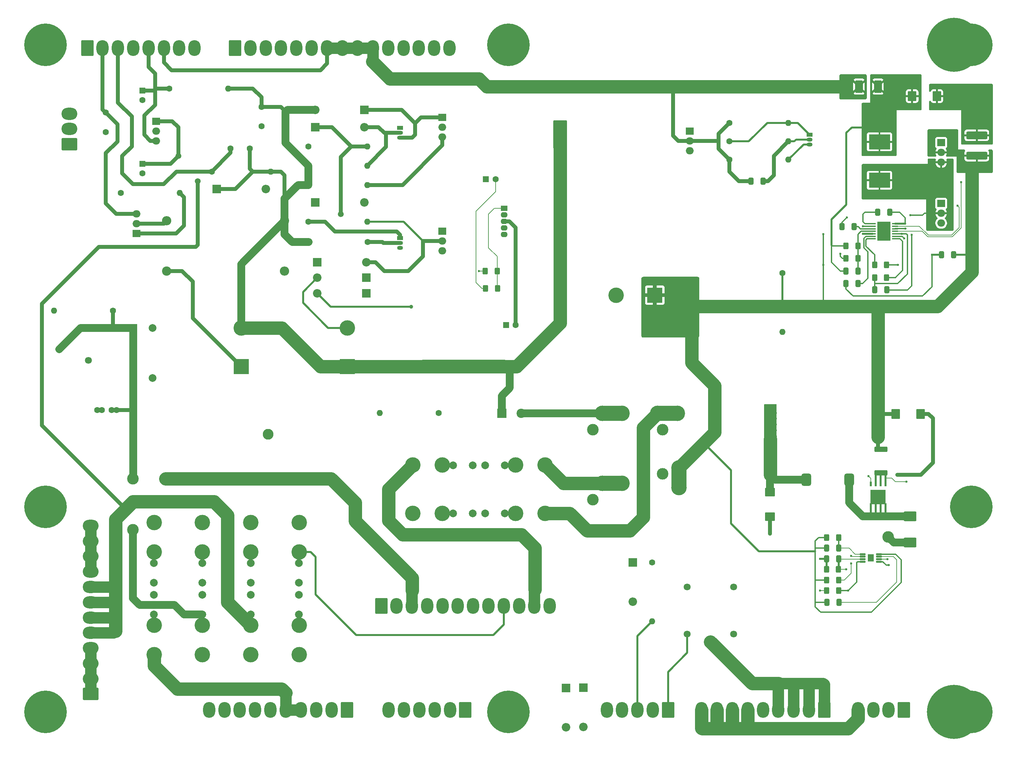
<source format=gbr>
%TF.GenerationSoftware,KiCad,Pcbnew,8.0.8*%
%TF.CreationDate,2025-07-01T22:14:08-04:00*%
%TF.ProjectId,Power Supply,506f7765-7220-4537-9570-706c792e6b69,rev?*%
%TF.SameCoordinates,Original*%
%TF.FileFunction,Copper,L1,Top*%
%TF.FilePolarity,Positive*%
%FSLAX46Y46*%
G04 Gerber Fmt 4.6, Leading zero omitted, Abs format (unit mm)*
G04 Created by KiCad (PCBNEW 8.0.8) date 2025-07-01 22:14:08*
%MOMM*%
%LPD*%
G01*
G04 APERTURE LIST*
G04 Aperture macros list*
%AMRoundRect*
0 Rectangle with rounded corners*
0 $1 Rounding radius*
0 $2 $3 $4 $5 $6 $7 $8 $9 X,Y pos of 4 corners*
0 Add a 4 corners polygon primitive as box body*
4,1,4,$2,$3,$4,$5,$6,$7,$8,$9,$2,$3,0*
0 Add four circle primitives for the rounded corners*
1,1,$1+$1,$2,$3*
1,1,$1+$1,$4,$5*
1,1,$1+$1,$6,$7*
1,1,$1+$1,$8,$9*
0 Add four rect primitives between the rounded corners*
20,1,$1+$1,$2,$3,$4,$5,0*
20,1,$1+$1,$4,$5,$6,$7,0*
20,1,$1+$1,$6,$7,$8,$9,0*
20,1,$1+$1,$8,$9,$2,$3,0*%
G04 Aperture macros list end*
%TA.AperFunction,ComponentPad*%
%ADD10C,1.600000*%
%TD*%
%TA.AperFunction,SMDPad,CuDef*%
%ADD11RoundRect,0.250000X-0.412500X-0.650000X0.412500X-0.650000X0.412500X0.650000X-0.412500X0.650000X0*%
%TD*%
%TA.AperFunction,ComponentPad*%
%ADD12R,2.000000X1.905000*%
%TD*%
%TA.AperFunction,ComponentPad*%
%ADD13O,2.000000X1.905000*%
%TD*%
%TA.AperFunction,ComponentPad*%
%ADD14R,2.200000X2.200000*%
%TD*%
%TA.AperFunction,ComponentPad*%
%ADD15O,2.200000X2.200000*%
%TD*%
%TA.AperFunction,ComponentPad*%
%ADD16R,1.600000X1.600000*%
%TD*%
%TA.AperFunction,SMDPad,CuDef*%
%ADD17RoundRect,0.250000X0.412500X0.650000X-0.412500X0.650000X-0.412500X-0.650000X0.412500X-0.650000X0*%
%TD*%
%TA.AperFunction,ComponentPad*%
%ADD18C,4.000000*%
%TD*%
%TA.AperFunction,ComponentPad*%
%ADD19C,2.000000*%
%TD*%
%TA.AperFunction,ComponentPad*%
%ADD20O,1.600000X1.600000*%
%TD*%
%TA.AperFunction,ComponentPad*%
%ADD21C,0.900000*%
%TD*%
%TA.AperFunction,ComponentPad*%
%ADD22C,11.000000*%
%TD*%
%TA.AperFunction,ComponentPad*%
%ADD23RoundRect,0.250000X1.330000X1.800000X-1.330000X1.800000X-1.330000X-1.800000X1.330000X-1.800000X0*%
%TD*%
%TA.AperFunction,ComponentPad*%
%ADD24O,3.160000X4.100000*%
%TD*%
%TA.AperFunction,SMDPad,CuDef*%
%ADD25RoundRect,0.249999X2.450001X-0.737501X2.450001X0.737501X-2.450001X0.737501X-2.450001X-0.737501X0*%
%TD*%
%TA.AperFunction,SMDPad,CuDef*%
%ADD26RoundRect,0.250000X-0.400000X-0.625000X0.400000X-0.625000X0.400000X0.625000X-0.400000X0.625000X0*%
%TD*%
%TA.AperFunction,ComponentPad*%
%ADD27R,4.000000X4.000000*%
%TD*%
%TA.AperFunction,SMDPad,CuDef*%
%ADD28RoundRect,0.250000X0.400000X0.625000X-0.400000X0.625000X-0.400000X-0.625000X0.400000X-0.625000X0*%
%TD*%
%TA.AperFunction,ComponentPad*%
%ADD29R,1.500000X1.050000*%
%TD*%
%TA.AperFunction,ComponentPad*%
%ADD30O,1.500000X1.050000*%
%TD*%
%TA.AperFunction,ComponentPad*%
%ADD31C,2.400000*%
%TD*%
%TA.AperFunction,ComponentPad*%
%ADD32O,2.400000X2.400000*%
%TD*%
%TA.AperFunction,ComponentPad*%
%ADD33R,2.400000X2.400000*%
%TD*%
%TA.AperFunction,SMDPad,CuDef*%
%ADD34RoundRect,0.100000X-0.687500X-0.100000X0.687500X-0.100000X0.687500X0.100000X-0.687500X0.100000X0*%
%TD*%
%TA.AperFunction,HeatsinkPad*%
%ADD35R,3.400000X5.000000*%
%TD*%
%TA.AperFunction,ComponentPad*%
%ADD36R,2.000000X2.000000*%
%TD*%
%TA.AperFunction,ComponentPad*%
%ADD37RoundRect,0.250000X1.800000X-1.330000X1.800000X1.330000X-1.800000X1.330000X-1.800000X-1.330000X0*%
%TD*%
%TA.AperFunction,ComponentPad*%
%ADD38O,4.100000X3.160000*%
%TD*%
%TA.AperFunction,ComponentPad*%
%ADD39C,2.800000*%
%TD*%
%TA.AperFunction,SMDPad,CuDef*%
%ADD40R,5.511800X3.860800*%
%TD*%
%TA.AperFunction,SMDPad,CuDef*%
%ADD41RoundRect,0.650000X0.650000X0.950000X-0.650000X0.950000X-0.650000X-0.950000X0.650000X-0.950000X0*%
%TD*%
%TA.AperFunction,SMDPad,CuDef*%
%ADD42RoundRect,0.250000X-1.400000X-1.000000X1.400000X-1.000000X1.400000X1.000000X-1.400000X1.000000X0*%
%TD*%
%TA.AperFunction,SMDPad,CuDef*%
%ADD43RoundRect,0.250000X-0.875000X-1.025000X0.875000X-1.025000X0.875000X1.025000X-0.875000X1.025000X0*%
%TD*%
%TA.AperFunction,ComponentPad*%
%ADD44C,1.803400*%
%TD*%
%TA.AperFunction,SMDPad,CuDef*%
%ADD45R,0.610000X1.270000*%
%TD*%
%TA.AperFunction,SMDPad,CuDef*%
%ADD46R,3.910000X3.810000*%
%TD*%
%TA.AperFunction,SMDPad,CuDef*%
%ADD47R,0.610000X1.020000*%
%TD*%
%TA.AperFunction,SMDPad,CuDef*%
%ADD48R,4.000000X5.180000*%
%TD*%
%TA.AperFunction,ComponentPad*%
%ADD49C,3.000000*%
%TD*%
%TA.AperFunction,SMDPad,CuDef*%
%ADD50R,5.180000X4.000000*%
%TD*%
%TA.AperFunction,ComponentPad*%
%ADD51C,14.000000*%
%TD*%
%TA.AperFunction,SMDPad,CuDef*%
%ADD52RoundRect,0.125000X-0.600000X-0.125000X0.600000X-0.125000X0.600000X0.125000X-0.600000X0.125000X0*%
%TD*%
%TA.AperFunction,HeatsinkPad*%
%ADD53C,0.600000*%
%TD*%
%TA.AperFunction,HeatsinkPad*%
%ADD54R,1.570000X1.890000*%
%TD*%
%TA.AperFunction,SMDPad,CuDef*%
%ADD55RoundRect,0.249999X-1.425001X0.450001X-1.425001X-0.450001X1.425001X-0.450001X1.425001X0.450001X0*%
%TD*%
%TA.AperFunction,SMDPad,CuDef*%
%ADD56RoundRect,0.196000X-0.784000X-1.379000X0.784000X-1.379000X0.784000X1.379000X-0.784000X1.379000X0*%
%TD*%
%TA.AperFunction,ComponentPad*%
%ADD57RoundRect,0.250000X-1.330000X-1.800000X1.330000X-1.800000X1.330000X1.800000X-1.330000X1.800000X0*%
%TD*%
%TA.AperFunction,ComponentPad*%
%ADD58C,1.800000*%
%TD*%
%TA.AperFunction,SMDPad,CuDef*%
%ADD59RoundRect,0.250000X-1.025000X0.875000X-1.025000X-0.875000X1.025000X-0.875000X1.025000X0.875000X0*%
%TD*%
%TA.AperFunction,ComponentPad*%
%ADD60R,1.800000X1.400000*%
%TD*%
%TA.AperFunction,ComponentPad*%
%ADD61O,1.800000X1.400000*%
%TD*%
%TA.AperFunction,ViaPad*%
%ADD62C,3.000000*%
%TD*%
%TA.AperFunction,ViaPad*%
%ADD63C,1.500000*%
%TD*%
%TA.AperFunction,ViaPad*%
%ADD64C,0.600000*%
%TD*%
%TA.AperFunction,ViaPad*%
%ADD65C,1.000000*%
%TD*%
%TA.AperFunction,Conductor*%
%ADD66C,1.000000*%
%TD*%
%TA.AperFunction,Conductor*%
%ADD67C,2.000000*%
%TD*%
%TA.AperFunction,Conductor*%
%ADD68C,0.500000*%
%TD*%
%TA.AperFunction,Conductor*%
%ADD69C,3.500000*%
%TD*%
%TA.AperFunction,Conductor*%
%ADD70C,0.300000*%
%TD*%
%TA.AperFunction,Conductor*%
%ADD71C,3.000000*%
%TD*%
%TA.AperFunction,Conductor*%
%ADD72C,0.200000*%
%TD*%
G04 APERTURE END LIST*
D10*
%TO.P,C16,1*%
%TO.N,/High Voltage Supplies/-98VDC*%
X110500000Y-66750000D03*
%TO.P,C16,2*%
%TO.N,GND*%
X110500000Y-71750000D03*
%TD*%
D11*
%TO.P,C18,1*%
%TO.N,/+12VU*%
X296937500Y-179500000D03*
%TO.P,C18,2*%
%TO.N,Net-(U2-ADJ)*%
X300062500Y-179500000D03*
%TD*%
D12*
%TO.P,TR6,1,B*%
%TO.N,Net-(TR6-B)*%
X118445000Y-98040000D03*
D13*
%TO.P,TR6,2,C*%
%TO.N,Net-(TR6-C)*%
X118445000Y-95500000D03*
%TO.P,TR6,3,E*%
%TO.N,/High Voltage Supplies/-98VDC*%
X118445000Y-92960000D03*
%TD*%
D10*
%TO.P,C13,1*%
%TO.N,/High Voltage Supplies/+68VDC*%
X150750000Y-70250000D03*
%TO.P,C13,2*%
%TO.N,GND*%
X150750000Y-65250000D03*
%TD*%
D14*
%TO.P,D7,1,K*%
%TO.N,/High Voltage Supplies/100VAC*%
X177850000Y-109500000D03*
D15*
%TO.P,D7,2,A*%
%TO.N,Net-(D7-A)*%
X165150000Y-109500000D03*
%TD*%
D14*
%TO.P,D13,1,K*%
%TO.N,Net-(D13-K)*%
X234000000Y-215670000D03*
D15*
%TO.P,D13,2,A*%
%TO.N,Net-(CN7-Pin_4)*%
X234000000Y-225830000D03*
%TD*%
D16*
%TO.P,C14,1*%
%TO.N,/+12V_DISP*%
X120000000Y-61000000D03*
D10*
%TO.P,C14,2*%
%TO.N,GND*%
X120000000Y-63500000D03*
%TD*%
D17*
%TO.P,C27,1*%
%TO.N,Net-(U1-BST)*%
X312462500Y-112600000D03*
%TO.P,C27,2*%
%TO.N,Net-(Q1-S)*%
X309337500Y-112600000D03*
%TD*%
D18*
%TO.P,F4,1*%
%TO.N,/+18V*%
X148000000Y-172906200D03*
X148000000Y-180526200D03*
D19*
X147955800Y-183342400D03*
X147955800Y-188422400D03*
%TO.P,F4,2*%
%TO.N,/+18V_F*%
X147955800Y-191622400D03*
X147955800Y-196702400D03*
D18*
X148000000Y-199500000D03*
X148000000Y-207120000D03*
%TD*%
D10*
%TO.P,R22,1*%
%TO.N,/+5V_F*%
X271810000Y-69440000D03*
D20*
%TO.P,R22,2*%
%TO.N,Net-(D2-REF)*%
X287050000Y-69440000D03*
%TD*%
D10*
%TO.P,R10,1*%
%TO.N,/High Voltage Supplies/-110VDC*%
X137880000Y-82000000D03*
D20*
%TO.P,R10,2*%
%TO.N,GND*%
X153120000Y-82000000D03*
%TD*%
D21*
%TO.P,H5,1*%
%TO.N,unconnected-(H5-Pad1)*%
X214630000Y-217794800D03*
X217556815Y-218992985D03*
X211703185Y-218992985D03*
X218755000Y-221919800D03*
D22*
X214630000Y-221919800D03*
D21*
X210505000Y-221919800D03*
X217556815Y-224846615D03*
X211703185Y-224846615D03*
X214630000Y-226044800D03*
%TD*%
D10*
%TO.P,R11,1*%
%TO.N,GND*%
X162880000Y-85500000D03*
D20*
%TO.P,R11,2*%
%TO.N,/High Voltage Supplies/+68VDC*%
X178120000Y-85500000D03*
%TD*%
D18*
%TO.P,F6,1*%
%TO.N,/+32VB*%
X123000000Y-172906200D03*
X123000000Y-180526200D03*
D19*
X122955800Y-183342400D03*
X122955800Y-188422400D03*
%TO.P,F6,2*%
%TO.N,/+32VB_F*%
X122955800Y-191622400D03*
X122955800Y-196702400D03*
D18*
X123000000Y-199500000D03*
X123000000Y-207120000D03*
%TD*%
D10*
%TO.P,R28,1*%
%TO.N,/+32VA_F*%
X112370000Y-118000000D03*
D20*
%TO.P,R28,2*%
%TO.N,GND*%
X97130000Y-118000000D03*
%TD*%
D23*
%TO.P,CN2,1,Pin_1*%
%TO.N,GND*%
X203477000Y-221361000D03*
D24*
%TO.P,CN2,2,Pin_2*%
X199517000Y-221361000D03*
%TO.P,CN2,3,Pin_3*%
X195557000Y-221361000D03*
%TO.P,CN2,4,Pin_4*%
X191597000Y-221361000D03*
%TO.P,CN2,5,Pin_5*%
X187637000Y-221361000D03*
%TO.P,CN2,6,Pin_6*%
X183677000Y-221361000D03*
%TD*%
D25*
%TO.P,C3,1*%
%TO.N,/+12VU*%
X335750000Y-77887500D03*
%TO.P,C3,2*%
%TO.N,GND*%
X335750000Y-72612500D03*
%TD*%
D26*
%TO.P,R20,1*%
%TO.N,/12V Supplies/-12V_REG*%
X208700000Y-112250000D03*
%TO.P,R20,2*%
%TO.N,Net-(U3-ADJ)*%
X211800000Y-112250000D03*
%TD*%
D17*
%TO.P,C21,1*%
%TO.N,Net-(U1-FB)*%
X305062500Y-107750000D03*
%TO.P,C21,2*%
%TO.N,/5V_Supply/+5V*%
X301937500Y-107750000D03*
%TD*%
D27*
%TO.P,C4,1*%
%TO.N,/+12VU*%
X252500000Y-114000000D03*
D18*
%TO.P,C4,2*%
%TO.N,GND*%
X242500000Y-114000000D03*
%TD*%
D14*
%TO.P,D14,1,K*%
%TO.N,Net-(D14-K)*%
X229500000Y-215750000D03*
D15*
%TO.P,D14,2,A*%
%TO.N,Net-(CN7-Pin_5)*%
X229500000Y-225910000D03*
%TD*%
D28*
%TO.P,R3,1*%
%TO.N,Net-(U1-FB)*%
X305050000Y-101250000D03*
%TO.P,R3,2*%
%TO.N,/5V_Supply/+5V*%
X301950000Y-101250000D03*
%TD*%
D29*
%TO.P,D2,1,REF*%
%TO.N,Net-(D2-REF)*%
X292500000Y-72460000D03*
D30*
%TO.P,D2,2,A*%
%TO.N,GND*%
X292500000Y-73730000D03*
%TO.P,D2,3,K*%
%TO.N,Net-(D2-K)*%
X292500000Y-75000000D03*
%TD*%
D14*
%TO.P,D10,1,K*%
%TO.N,Net-(D10-K)*%
X164650000Y-90000000D03*
D15*
%TO.P,D10,2,A*%
%TO.N,Net-(D10-A)*%
X177350000Y-90000000D03*
%TD*%
D12*
%TO.P,TR3,1,B*%
%TO.N,Net-(D9-K)*%
X197555000Y-67960000D03*
D13*
%TO.P,TR3,2,C*%
%TO.N,Net-(D6-K)*%
X197555000Y-70500000D03*
%TO.P,TR3,3,E*%
%TO.N,/High Voltage Supplies/+68VDC*%
X197555000Y-73040000D03*
%TD*%
D23*
%TO.P,CN8,1,Pin_1*%
%TO.N,Net-(CN8-Pin_1)*%
X296300000Y-221361000D03*
D24*
%TO.P,CN8,2,Pin_2*%
X292340000Y-221361000D03*
%TO.P,CN8,3,Pin_3*%
X288380000Y-221361000D03*
%TO.P,CN8,4,Pin_4*%
X284420000Y-221361000D03*
%TO.P,CN8,5,Pin_5*%
%TO.N,unconnected-(CN8-Pin_5-Pad5)*%
X280460000Y-221361000D03*
%TO.P,CN8,6,Pin_6*%
%TO.N,Net-(CN8-Pin_6)*%
X276500000Y-221361000D03*
%TO.P,CN8,7,Pin_7*%
X272540000Y-221361000D03*
%TO.P,CN8,8,Pin_8*%
X268580000Y-221361000D03*
%TO.P,CN8,9,Pin_9*%
X264620000Y-221361000D03*
%TD*%
D11*
%TO.P,C6,1*%
%TO.N,Net-(U1-VCC)*%
X310137500Y-92500000D03*
%TO.P,C6,2*%
%TO.N,GND*%
X313262500Y-92500000D03*
%TD*%
D18*
%TO.P,F2,1*%
%TO.N,/9VAC_1*%
X189906200Y-158000000D03*
X197526200Y-158000000D03*
D19*
X200342400Y-158044200D03*
X205422400Y-158044200D03*
%TO.P,F2,2*%
%TO.N,Net-(D13-K)*%
X208622400Y-158044200D03*
X213702400Y-158044200D03*
D18*
X216500000Y-158000000D03*
X224120000Y-158000000D03*
%TD*%
D31*
%TO.P,R14,1*%
%TO.N,GND*%
X156750000Y-94750000D03*
D32*
%TO.P,R14,2*%
%TO.N,Net-(TR6-C)*%
X126270000Y-94750000D03*
%TD*%
D33*
%TO.P,C1,1*%
%TO.N,GND*%
X212900000Y-144600000D03*
D31*
%TO.P,C1,2*%
%TO.N,/-12VU*%
X217900000Y-144600000D03*
%TD*%
D17*
%TO.P,C5,1*%
%TO.N,Net-(U1-EN)*%
X304062500Y-96300000D03*
%TO.P,C5,2*%
%TO.N,GND*%
X300937500Y-96300000D03*
%TD*%
D34*
%TO.P,U1,1,VCC*%
%TO.N,Net-(U1-VCC)*%
X308887500Y-95525000D03*
%TO.P,U1,2,VIN*%
%TO.N,/+12VU*%
X308887500Y-96175000D03*
%TO.P,U1,3,EN*%
%TO.N,Net-(U1-EN)*%
X308887500Y-96825000D03*
%TO.P,U1,4,FB*%
%TO.N,Net-(U1-FB)*%
X308887500Y-97475000D03*
%TO.P,U1,5,SGND*%
%TO.N,GND*%
X308887500Y-98125000D03*
%TO.P,U1,6,SS*%
%TO.N,Net-(U1-SS)*%
X308887500Y-98775000D03*
%TO.P,U1,7,RON*%
%TO.N,Net-(U1-RON)*%
X308887500Y-99425000D03*
%TO.P,U1,8,ILIM*%
%TO.N,Net-(U1-ILIM)*%
X314612500Y-99425000D03*
%TO.P,U1,9,SGND*%
%TO.N,GND*%
X314612500Y-98775000D03*
%TO.P,U1,10,SW*%
%TO.N,Net-(Q1-S)*%
X314612500Y-98125000D03*
%TO.P,U1,11,HG*%
%TO.N,Net-(Q1-G)*%
X314612500Y-97475000D03*
%TO.P,U1,12,BST*%
%TO.N,Net-(U1-BST)*%
X314612500Y-96825000D03*
%TO.P,U1,13,LG*%
%TO.N,Net-(Q2-G)*%
X314612500Y-96175000D03*
%TO.P,U1,14,PGND*%
%TO.N,GND*%
X314612500Y-95525000D03*
D35*
%TO.P,U1,15,SGND*%
X311750000Y-97475000D03*
%TD*%
D23*
%TO.P,CN7,1,Pin_1*%
%TO.N,Net-(CN7-Pin_1)*%
X255920000Y-221361000D03*
D24*
%TO.P,CN7,2,Pin_2*%
%TO.N,unconnected-(CN7-Pin_2-Pad2)*%
X251960000Y-221361000D03*
%TO.P,CN7,3,Pin_3*%
%TO.N,Net-(CN7-Pin_3)*%
X248000000Y-221361000D03*
%TO.P,CN7,4,Pin_4*%
%TO.N,Net-(CN7-Pin_4)*%
X244040000Y-221361000D03*
%TO.P,CN7,5,Pin_5*%
%TO.N,Net-(CN7-Pin_5)*%
X240080000Y-221361000D03*
%TD*%
D36*
%TO.P,C8b1,1*%
%TO.N,/+32VA_F*%
X117632323Y-122500000D03*
D19*
%TO.P,C8b1,2*%
%TO.N,GND*%
X122632323Y-122500000D03*
%TD*%
D37*
%TO.P,CN4,1,Pin_1*%
%TO.N,GND*%
X106605000Y-217280000D03*
D38*
%TO.P,CN4,2,Pin_2*%
X106605000Y-213320000D03*
%TO.P,CN4,3,Pin_3*%
X106605000Y-209360000D03*
%TO.P,CN4,4,Pin_4*%
X106605000Y-205400000D03*
%TO.P,CN4,5,Pin_5*%
%TO.N,/+18V_F*%
X106605000Y-201440000D03*
%TO.P,CN4,6,Pin_6*%
X106605000Y-197480000D03*
%TO.P,CN4,7,Pin_7*%
X106605000Y-193520000D03*
%TO.P,CN4,8,Pin_8*%
X106605000Y-189560000D03*
%TO.P,CN4,9,Pin_9*%
%TO.N,GND*%
X106605000Y-185600000D03*
%TO.P,CN4,10,Pin_10*%
X106605000Y-181640000D03*
%TO.P,CN4,11,Pin_11*%
X106605000Y-177680000D03*
%TO.P,CN4,12,Pin_12*%
X106605000Y-173720000D03*
%TD*%
D10*
%TO.P,R21,1*%
%TO.N,Net-(D1-K)*%
X251790000Y-183210000D03*
D20*
%TO.P,R21,2*%
%TO.N,Net-(CN7-Pin_3)*%
X251790000Y-198450000D03*
%TD*%
D39*
%TO.P,TP1,1,1*%
%TO.N,GND*%
X152500000Y-150000000D03*
%TD*%
D18*
%TO.P,F5,1*%
%TO.N,/+32VA*%
X135500000Y-172906200D03*
X135500000Y-180526200D03*
D19*
X135455800Y-183342400D03*
X135455800Y-188422400D03*
%TO.P,F5,2*%
%TO.N,/+32VA_F*%
X135455800Y-191622400D03*
X135455800Y-196702400D03*
D18*
X135500000Y-199500000D03*
X135500000Y-207120000D03*
%TD*%
D23*
%TO.P,CN9,1,Pin_1*%
%TO.N,Net-(CN9-Pin_1)*%
X316920000Y-221361000D03*
D24*
%TO.P,CN9,2,Pin_2*%
%TO.N,Net-(CN8-Pin_6)*%
X312960000Y-221361000D03*
%TO.P,CN9,3,Pin_3*%
%TO.N,Net-(CN9-Pin_1)*%
X309000000Y-221361000D03*
%TO.P,CN9,4,Pin_4*%
%TO.N,Net-(CN8-Pin_6)*%
X305040000Y-221361000D03*
%TD*%
D21*
%TO.P,H6,1*%
%TO.N,unconnected-(H6-Pad1)*%
X94945200Y-45100200D03*
X97872015Y-46298385D03*
X92018385Y-46298385D03*
X99070200Y-49225200D03*
D22*
X94945200Y-49225200D03*
D21*
X90820200Y-49225200D03*
X97872015Y-52152015D03*
X92018385Y-52152015D03*
X94945200Y-53350200D03*
%TD*%
D40*
%TO.P,L1,1,1*%
%TO.N,Net-(Q1-S)*%
X310600000Y-84256800D03*
%TO.P,L1,2,2*%
%TO.N,/5V_Supply/+5V*%
X310600000Y-74300000D03*
%TD*%
D10*
%TO.P,R26,1*%
%TO.N,/-12VU*%
X196620000Y-144500000D03*
D20*
%TO.P,R26,2*%
%TO.N,GND*%
X181380000Y-144500000D03*
%TD*%
D41*
%TO.P,L2,1,1*%
%TO.N,Net-(D4-K)*%
X302750000Y-161750000D03*
%TO.P,L2,2,2*%
%TO.N,/12V Supplies/+12V_REG*%
X291650000Y-161750000D03*
%TD*%
D18*
%TO.P,F7,1*%
%TO.N,/High Voltage Supplies/HV_COM*%
X160500000Y-172906200D03*
X160500000Y-180526200D03*
D19*
X160455800Y-183342400D03*
X160455800Y-188422400D03*
%TO.P,F7,2*%
%TO.N,GND*%
X160455800Y-191622400D03*
X160455800Y-196702400D03*
D18*
X160500000Y-199500000D03*
X160500000Y-207120000D03*
%TD*%
D28*
%TO.P,R1,1*%
%TO.N,/+12VU*%
X312450000Y-106200000D03*
%TO.P,R1,2*%
%TO.N,Net-(U1-RON)*%
X309350000Y-106200000D03*
%TD*%
D17*
%TO.P,C2,1*%
%TO.N,/+12VU*%
X329762500Y-103500000D03*
%TO.P,C2,2*%
%TO.N,GND*%
X326637500Y-103500000D03*
%TD*%
D14*
%TO.P,D6,1,K*%
%TO.N,Net-(D6-K)*%
X164650000Y-70500000D03*
D15*
%TO.P,D6,2,A*%
%TO.N,Net-(D6-A)*%
X177350000Y-70500000D03*
%TD*%
D16*
%TO.P,C15,1*%
%TO.N,/+18V_F*%
X120000000Y-80000000D03*
D10*
%TO.P,C15,2*%
%TO.N,GND*%
X120000000Y-82500000D03*
%TD*%
%TO.P,C12,1*%
%TO.N,GND*%
X147750000Y-76000000D03*
%TO.P,C12,2*%
%TO.N,/High Voltage Supplies/-110VDC*%
X142750000Y-76000000D03*
%TD*%
D12*
%TO.P,Q1,1,G*%
%TO.N,Net-(Q1-G)*%
X326555000Y-74500000D03*
D13*
%TO.P,Q1,2,D*%
%TO.N,/+12VU*%
X326555000Y-77040000D03*
%TO.P,Q1,3,S*%
%TO.N,Net-(Q1-S)*%
X326555000Y-79580000D03*
%TD*%
D10*
%TO.P,C9,1*%
%TO.N,/+32VA_F*%
X113250000Y-143750000D03*
X112000000Y-143750000D03*
%TO.P,C9,2*%
%TO.N,GND*%
X109500000Y-143750000D03*
X108250000Y-143750000D03*
%TD*%
D28*
%TO.P,R19,1*%
%TO.N,Net-(U3-ADJ)*%
X211750000Y-107750000D03*
%TO.P,R19,2*%
%TO.N,GND*%
X208650000Y-107750000D03*
%TD*%
D36*
%TO.P,C8a1,1*%
%TO.N,/+32VA_F*%
X117632323Y-135500000D03*
D19*
%TO.P,C8a1,2*%
%TO.N,GND*%
X122632323Y-135500000D03*
%TD*%
D14*
%TO.P,D9,1,K*%
%TO.N,Net-(D9-K)*%
X177350000Y-66000000D03*
D15*
%TO.P,D9,2,A*%
%TO.N,GND*%
X164650000Y-66000000D03*
%TD*%
D21*
%TO.P,H2,1*%
%TO.N,unconnected-(H2-Pad1)*%
X334314800Y-164708800D03*
X337241615Y-165906985D03*
X331387985Y-165906985D03*
X338439800Y-168833800D03*
D22*
X334314800Y-168833800D03*
D21*
X330189800Y-168833800D03*
X337241615Y-171760615D03*
X331387985Y-171760615D03*
X334314800Y-172958800D03*
%TD*%
D11*
%TO.P,C19,1*%
%TO.N,/12V Supplies/+12V_REG*%
X296937500Y-182250000D03*
%TO.P,C19,2*%
%TO.N,Net-(U2-FB)*%
X300062500Y-182250000D03*
%TD*%
D42*
%TO.P,D4,1,K*%
%TO.N,Net-(D4-K)*%
X318500000Y-171250000D03*
%TO.P,D4,2,A*%
%TO.N,GND*%
X318500000Y-178050000D03*
%TD*%
D26*
%TO.P,R25,1*%
%TO.N,/12V Supplies/+12V_REG*%
X296900000Y-185000000D03*
%TO.P,R25,2*%
%TO.N,Net-(U2-FB)*%
X300000000Y-185000000D03*
%TD*%
D31*
%TO.P,R15,1*%
%TO.N,Net-(D5-K)*%
X126255000Y-107750000D03*
D32*
%TO.P,R15,2*%
%TO.N,Net-(D6-K)*%
X156735000Y-107750000D03*
%TD*%
D43*
%TO.P,C25,1*%
%TO.N,/5V_Supply/+5V*%
X319050000Y-62500000D03*
%TO.P,C25,2*%
%TO.N,GND*%
X325450000Y-62500000D03*
%TD*%
D10*
%TO.P,R24,1*%
%TO.N,/+5V_F*%
X271810000Y-78940000D03*
D20*
%TO.P,R24,2*%
%TO.N,Net-(D2-K)*%
X287050000Y-78940000D03*
%TD*%
D10*
%TO.P,R17,1*%
%TO.N,Net-(D10-K)*%
X114380000Y-87500000D03*
D20*
%TO.P,R17,2*%
%TO.N,Net-(TR6-B)*%
X129620000Y-87500000D03*
%TD*%
D17*
%TO.P,C7,1*%
%TO.N,Net-(U1-SS)*%
X305062500Y-111000000D03*
%TO.P,C7,2*%
%TO.N,GND*%
X301937500Y-111000000D03*
%TD*%
D11*
%TO.P,C17,1*%
%TO.N,/+12VU*%
X297000000Y-193500000D03*
%TO.P,C17,2*%
%TO.N,Net-(U2-VCC)*%
X300125000Y-193500000D03*
%TD*%
D27*
%TO.P,C10,1*%
%TO.N,Net-(D5-K)*%
X145500000Y-132500000D03*
D18*
%TO.P,C10,2*%
%TO.N,GND*%
X145500000Y-122500000D03*
%TD*%
D12*
%TO.P,D3,1,A2*%
%TO.N,GND*%
X261500000Y-71500000D03*
D13*
%TO.P,D3,2,A1*%
%TO.N,/+5V_F*%
X261500000Y-74040000D03*
%TO.P,D3,3,G*%
%TO.N,Net-(D2-K)*%
X261500000Y-76580000D03*
%TD*%
D44*
%TO.P,RY1,1*%
%TO.N,Net-(CN8-Pin_1)*%
X266891000Y-203784000D03*
%TO.P,RY1,2*%
%TO.N,Net-(D1-K)*%
X272890999Y-201784000D03*
%TO.P,RY1,3*%
%TO.N,Net-(CN9-Pin_1)*%
X272890999Y-189534001D03*
%TO.P,RY1,4*%
%TO.N,unconnected-(RY1-Pad4)*%
X260891001Y-189534001D03*
%TO.P,RY1,5*%
%TO.N,Net-(CN7-Pin_1)*%
X260891001Y-201784000D03*
%TD*%
D37*
%TO.P,CN10,1,Pin_1*%
%TO.N,GND*%
X101092000Y-74930000D03*
D38*
%TO.P,CN10,2,Pin_2*%
X101092000Y-70970000D03*
%TO.P,CN10,3,Pin_3*%
X101092000Y-67010000D03*
%TD*%
D26*
%TO.P,R5,1*%
%TO.N,/+12VU*%
X296950000Y-187750000D03*
%TO.P,R5,2*%
%TO.N,Net-(U2-RT)*%
X300050000Y-187750000D03*
%TD*%
D10*
%TO.P,R8,1*%
%TO.N,GND*%
X162880000Y-80500000D03*
D20*
%TO.P,R8,2*%
%TO.N,Net-(D6-A)*%
X178120000Y-80500000D03*
%TD*%
D45*
%TO.P,Q3,1,S*%
%TO.N,Net-(U2-ISEN)*%
X312155000Y-162890000D03*
%TO.P,Q3,2,S*%
X310885000Y-162890000D03*
%TO.P,Q3,3,S*%
X309615000Y-162890000D03*
%TO.P,Q3,4,G*%
%TO.N,Net-(Q3-G)*%
X308345000Y-162890000D03*
D46*
%TO.P,Q3,5,D*%
%TO.N,Net-(D4-K)*%
X310250000Y-166250000D03*
D47*
X312155000Y-168355000D03*
X310885000Y-168355000D03*
X309615000Y-168355000D03*
X308345000Y-168355000D03*
%TD*%
D18*
%TO.P,F1,1*%
%TO.N,/9VAC_2*%
X189906200Y-170500000D03*
X197526200Y-170500000D03*
D19*
X200342400Y-170544200D03*
X205422400Y-170544200D03*
%TO.P,F1,2*%
%TO.N,Net-(D14-K)*%
X208622400Y-170544200D03*
X213702400Y-170544200D03*
D18*
X216500000Y-170500000D03*
X224120000Y-170500000D03*
%TD*%
D23*
%TO.P,CN3,1,Pin_1*%
%TO.N,Net-(CN1-Pin_6)*%
X172870000Y-221361000D03*
D24*
%TO.P,CN3,2,Pin_2*%
X168910000Y-221361000D03*
%TO.P,CN3,3,Pin_3*%
%TO.N,GND*%
X164950000Y-221361000D03*
%TO.P,CN3,4,Pin_4*%
%TO.N,/+32VB_F*%
X160990000Y-221361000D03*
%TO.P,CN3,5,Pin_5*%
X157030000Y-221361000D03*
%TO.P,CN3,6,Pin_6*%
%TO.N,/+32VA_F*%
X153070000Y-221361000D03*
%TO.P,CN3,7,Pin_7*%
X149110000Y-221361000D03*
%TO.P,CN3,8,Pin_8*%
X145150000Y-221361000D03*
%TO.P,CN3,9,Pin_9*%
%TO.N,unconnected-(CN3-Pin_9-Pad9)*%
X141190000Y-221361000D03*
%TO.P,CN3,10,Pin_10*%
%TO.N,GND*%
X137230000Y-221361000D03*
%TD*%
D10*
%TO.P,R27,1*%
%TO.N,/+12VU*%
X285500000Y-108250000D03*
D20*
%TO.P,R27,2*%
%TO.N,GND*%
X285500000Y-123490000D03*
%TD*%
D27*
%TO.P,C11,1*%
%TO.N,GND*%
X173000000Y-132500000D03*
D18*
%TO.P,C11,2*%
%TO.N,Net-(D7-A)*%
X173000000Y-122500000D03*
%TD*%
%TO.P,DB1,1,+*%
%TO.N,/+12VU*%
X258740000Y-163840000D03*
D48*
X258740000Y-161350000D03*
D18*
X258740000Y-158760000D03*
D49*
X254540000Y-160240000D03*
D18*
%TO.P,DB1,2*%
%TO.N,Net-(D13-K)*%
X244015000Y-162700000D03*
D50*
X241435000Y-162700000D03*
D18*
X238935000Y-162700000D03*
D49*
X236440000Y-166940000D03*
D18*
%TO.P,DB1,3*%
%TO.N,Net-(D14-K)*%
X258315000Y-144600000D03*
D50*
X255825000Y-144600000D03*
D49*
X254540000Y-148840000D03*
D18*
X253235000Y-144600000D03*
%TO.P,DB1,4,-*%
%TO.N,/-12VU*%
X244015000Y-144600000D03*
D50*
X241525000Y-144600000D03*
D18*
X238935000Y-144600000D03*
D49*
X236440000Y-148840000D03*
%TD*%
D21*
%TO.P,H1,1*%
%TO.N,unconnected-(H1-Pad1)*%
X334314800Y-45100200D03*
X337241615Y-46298385D03*
X338439800Y-49225200D03*
D22*
X334314800Y-49225200D03*
D51*
X329869800Y-49225200D03*
D21*
X337241615Y-52152015D03*
X334314800Y-53350200D03*
%TD*%
D26*
%TO.P,R18,1*%
%TO.N,Net-(U2-FB)*%
X296950000Y-190500000D03*
%TO.P,R18,2*%
%TO.N,GND*%
X300050000Y-190500000D03*
%TD*%
D14*
%TO.P,D5,1,K*%
%TO.N,Net-(D5-K)*%
X177850000Y-113500000D03*
D15*
%TO.P,D5,2,A*%
%TO.N,/High Voltage Supplies/90VAC*%
X165150000Y-113500000D03*
%TD*%
D29*
%TO.P,TR2,1,E*%
%TO.N,Net-(TR2-E)*%
X186640000Y-99230000D03*
D30*
%TO.P,TR2,2,B*%
%TO.N,Net-(D8-K)*%
X186640000Y-100500000D03*
%TO.P,TR2,3,C*%
%TO.N,Net-(D10-A)*%
X186640000Y-101770000D03*
%TD*%
D10*
%TO.P,R16,1*%
%TO.N,/+12V_DISP*%
X126880000Y-60500000D03*
D20*
%TO.P,R16,2*%
%TO.N,GND*%
X142120000Y-60500000D03*
%TD*%
D16*
%TO.P,C23,1*%
%TO.N,GND*%
X208817621Y-84000000D03*
D10*
%TO.P,C23,2*%
%TO.N,/12V Supplies/-12V_REG*%
X211317621Y-84000000D03*
%TD*%
%TO.P,R23,1*%
%TO.N,Net-(D2-REF)*%
X271810000Y-74190000D03*
D20*
%TO.P,R23,2*%
%TO.N,GND*%
X287050000Y-74190000D03*
%TD*%
D16*
%TO.P,C22,1*%
%TO.N,GND*%
X214000000Y-121750000D03*
D10*
%TO.P,C22,2*%
%TO.N,/-12VU*%
X216500000Y-121750000D03*
%TD*%
D26*
%TO.P,R6,1*%
%TO.N,/+12VU*%
X296950000Y-176750000D03*
%TO.P,R6,2*%
%TO.N,Net-(U2-ADJ)*%
X300050000Y-176750000D03*
%TD*%
D10*
%TO.P,R12,1*%
%TO.N,Net-(TR1-E)*%
X162880000Y-75500000D03*
D20*
%TO.P,R12,2*%
%TO.N,Net-(D6-K)*%
X178120000Y-75500000D03*
%TD*%
D14*
%TO.P,D11,1,K*%
%TO.N,GND*%
X139150000Y-86500000D03*
D15*
%TO.P,D11,2,A*%
%TO.N,Net-(D10-K)*%
X151850000Y-86500000D03*
%TD*%
D52*
%TO.P,U2,1,ADJ*%
%TO.N,Net-(U2-ADJ)*%
X306210000Y-181055000D03*
%TO.P,U2,2,RT*%
%TO.N,Net-(U2-RT)*%
X306210000Y-181705000D03*
%TO.P,U2,3,FB*%
%TO.N,Net-(U2-FB)*%
X306210000Y-182355000D03*
%TO.P,U2,4,GND*%
%TO.N,GND*%
X306210000Y-183005000D03*
%TO.P,U2,5,ISEN*%
%TO.N,Net-(U2-ISEN)*%
X310510000Y-183005000D03*
%TO.P,U2,6,PGATE*%
%TO.N,Net-(Q3-G)*%
X310510000Y-182355000D03*
%TO.P,U2,7,VCC*%
%TO.N,Net-(U2-VCC)*%
X310510000Y-181705000D03*
%TO.P,U2,8,VIN*%
%TO.N,/+12VU*%
X310510000Y-181055000D03*
D53*
%TO.P,U2,9,EP*%
%TO.N,GND*%
X307875000Y-181385000D03*
X307875000Y-182675000D03*
D54*
X308360000Y-182030000D03*
D53*
X308845000Y-181385000D03*
X308845000Y-182675000D03*
%TD*%
D55*
%TO.P,R7,1*%
%TO.N,/+12VU*%
X311000000Y-153900000D03*
%TO.P,R7,2*%
%TO.N,Net-(U2-ISEN)*%
X311000000Y-160000000D03*
%TD*%
D10*
%TO.P,R9,1*%
%TO.N,Net-(D8-K)*%
X178250000Y-100250000D03*
D20*
%TO.P,R9,2*%
%TO.N,GND*%
X163010000Y-100250000D03*
%TD*%
D10*
%TO.P,R13,1*%
%TO.N,Net-(TR2-E)*%
X162880000Y-95000000D03*
D20*
%TO.P,R13,2*%
%TO.N,Net-(D7-A)*%
X178120000Y-95000000D03*
%TD*%
D21*
%TO.P,H7,1*%
%TO.N,unconnected-(H7-Pad1)*%
X94945200Y-164708800D03*
X97872015Y-165906985D03*
X92018385Y-165906985D03*
X99070200Y-168833800D03*
D22*
X94945200Y-168833800D03*
D21*
X90820200Y-168833800D03*
X97872015Y-171760615D03*
X92018385Y-171760615D03*
X94945200Y-172958800D03*
%TD*%
D14*
%TO.P,D1,1,K*%
%TO.N,Net-(D1-K)*%
X246790000Y-183250000D03*
D15*
%TO.P,D1,2,A*%
%TO.N,Net-(CN7-Pin_1)*%
X246790000Y-193410000D03*
%TD*%
D14*
%TO.P,D8,1,K*%
%TO.N,Net-(D8-K)*%
X165150000Y-105500000D03*
D15*
%TO.P,D8,2,A*%
%TO.N,Net-(D7-A)*%
X177850000Y-105500000D03*
%TD*%
D56*
%TO.P,F3,1*%
%TO.N,/5V_Supply/+5V*%
X310210000Y-60000000D03*
%TO.P,F3,2*%
%TO.N,/+5V_F*%
X305300000Y-60000000D03*
%TD*%
D57*
%TO.P,CN6,1,Pin_1*%
%TO.N,GND*%
X143940000Y-50000000D03*
D24*
%TO.P,CN6,2,Pin_2*%
%TO.N,/12V Supplies/-12V_REG*%
X147900000Y-50000000D03*
%TO.P,CN6,3,Pin_3*%
%TO.N,/12V Supplies/+12V_REG*%
X151860000Y-50000000D03*
%TO.P,CN6,4,Pin_4*%
%TO.N,unconnected-(CN6-Pin_4-Pad4)*%
X155820000Y-50000000D03*
%TO.P,CN6,5,Pin_5*%
%TO.N,unconnected-(CN6-Pin_5-Pad5)*%
X159780000Y-50000000D03*
%TO.P,CN6,6,Pin_6*%
%TO.N,/12V Supplies/+12V_REG*%
X163740000Y-50000000D03*
%TO.P,CN6,7,Pin_7*%
%TO.N,/+5V_F*%
X167700000Y-50000000D03*
%TO.P,CN6,8,Pin_8*%
X171660000Y-50000000D03*
%TO.P,CN6,9,Pin_9*%
X175620000Y-50000000D03*
%TO.P,CN6,10,Pin_10*%
X179580000Y-50000000D03*
%TO.P,CN6,11,Pin_11*%
%TO.N,GND*%
X183540000Y-50000000D03*
%TO.P,CN6,12,Pin_12*%
X187500000Y-50000000D03*
%TO.P,CN6,13,Pin_13*%
X191460000Y-50000000D03*
%TO.P,CN6,14,Pin_14*%
X195420000Y-50000000D03*
%TO.P,CN6,15,Pin_15*%
X199380000Y-50000000D03*
%TD*%
D26*
%TO.P,R4,1*%
%TO.N,GND*%
X301950000Y-104500000D03*
%TO.P,R4,2*%
%TO.N,Net-(U1-FB)*%
X305050000Y-104500000D03*
%TD*%
D21*
%TO.P,H4,1*%
%TO.N,unconnected-(H4-Pad1)*%
X214630000Y-45100200D03*
X217556815Y-46298385D03*
X211703185Y-46298385D03*
X218755000Y-49225200D03*
D22*
X214630000Y-49225200D03*
D21*
X210505000Y-49225200D03*
X217556815Y-52152015D03*
X211703185Y-52152015D03*
X214630000Y-53350200D03*
%TD*%
D57*
%TO.P,CN5,1,Pin_1*%
%TO.N,GND*%
X105722000Y-50000000D03*
D24*
%TO.P,CN5,2,Pin_2*%
%TO.N,/High Voltage Supplies/-98VDC*%
X109682000Y-50000000D03*
%TO.P,CN5,3,Pin_3*%
%TO.N,/High Voltage Supplies/-110VDC*%
X113642000Y-50000000D03*
%TO.P,CN5,4,Pin_4*%
%TO.N,/High Voltage Supplies/+68VDC*%
X117602000Y-50000000D03*
%TO.P,CN5,5,Pin_5*%
%TO.N,/+12V_DISP*%
X121562000Y-50000000D03*
%TO.P,CN5,6,Pin_6*%
%TO.N,/+5V_F*%
X125522000Y-50000000D03*
%TO.P,CN5,7,Pin_7*%
%TO.N,unconnected-(CN5-Pin_7-Pad7)*%
X129482000Y-50000000D03*
%TO.P,CN5,8,Pin_8*%
%TO.N,unconnected-(CN5-Pin_8-Pad8)*%
X133442000Y-50000000D03*
%TD*%
D12*
%TO.P,VR1,1,VI*%
%TO.N,/+18V_F*%
X123555000Y-68960000D03*
D13*
%TO.P,VR1,2,GND*%
%TO.N,GND*%
X123555000Y-71500000D03*
%TO.P,VR1,3,VO*%
%TO.N,/+12V_DISP*%
X123555000Y-74040000D03*
%TD*%
D17*
%TO.P,C24,1*%
%TO.N,GND*%
X280500000Y-84500000D03*
%TO.P,C24,2*%
%TO.N,/+5V_F*%
X277375000Y-84500000D03*
%TD*%
D58*
%TO.P,Z1,1*%
%TO.N,/+32VA_F*%
X98500000Y-128000000D03*
%TO.P,Z1,2*%
%TO.N,GND*%
X106000000Y-130900000D03*
%TD*%
D29*
%TO.P,TR1,1,E*%
%TO.N,Net-(TR1-E)*%
X186640000Y-70730000D03*
D30*
%TO.P,TR1,2,B*%
%TO.N,Net-(D6-A)*%
X186640000Y-72000000D03*
%TO.P,TR1,3,C*%
%TO.N,Net-(D9-K)*%
X186640000Y-73270000D03*
%TD*%
D59*
%TO.P,C20,1*%
%TO.N,/12V Supplies/+12V_REG*%
X282250000Y-165000000D03*
%TO.P,C20,2*%
%TO.N,GND*%
X282250000Y-171400000D03*
%TD*%
D57*
%TO.P,CN1,1,Pin_1*%
%TO.N,/+18V*%
X181740000Y-194500000D03*
D24*
%TO.P,CN1,2,Pin_2*%
%TO.N,/+32VA*%
X185700000Y-194500000D03*
%TO.P,CN1,3,Pin_3*%
%TO.N,/+32VB*%
X189660000Y-194500000D03*
%TO.P,CN1,4,Pin_4*%
%TO.N,/High Voltage Supplies/90VAC*%
X193620000Y-194500000D03*
%TO.P,CN1,5,Pin_5*%
%TO.N,unconnected-(CN1-Pin_5-Pad5)*%
X197580000Y-194500000D03*
%TO.P,CN1,6,Pin_6*%
%TO.N,Net-(CN1-Pin_6)*%
X201540000Y-194500000D03*
%TO.P,CN1,7,Pin_7*%
%TO.N,/High Voltage Supplies/100VAC*%
X205500000Y-194500000D03*
%TO.P,CN1,8,Pin_8*%
%TO.N,unconnected-(CN1-Pin_8-Pad8)*%
X209460000Y-194500000D03*
%TO.P,CN1,9,Pin_9*%
%TO.N,/High Voltage Supplies/HV_COM*%
X213420000Y-194500000D03*
%TO.P,CN1,10,Pin_10*%
%TO.N,/9VAC_2*%
X217380000Y-194500000D03*
%TO.P,CN1,11,Pin_11*%
%TO.N,/9VAC_1*%
X221340000Y-194500000D03*
%TO.P,CN1,12,Pin_12*%
%TO.N,GND*%
X225300000Y-194500000D03*
%TD*%
D12*
%TO.P,Q2,1,G*%
%TO.N,Net-(Q2-G)*%
X326555000Y-90250000D03*
D13*
%TO.P,Q2,2,D*%
%TO.N,Net-(Q1-S)*%
X326555000Y-92790000D03*
%TO.P,Q2,3,S*%
%TO.N,GND*%
X326555000Y-95330000D03*
%TD*%
D21*
%TO.P,H8,1*%
%TO.N,unconnected-(H8-Pad1)*%
X94945200Y-217794800D03*
X97872015Y-218992985D03*
X92018385Y-218992985D03*
X99070200Y-221919800D03*
D22*
X94945200Y-221919800D03*
D21*
X90820200Y-221919800D03*
X97872015Y-224846615D03*
X92018385Y-224846615D03*
X94945200Y-226044800D03*
%TD*%
D43*
%TO.P,C26,1*%
%TO.N,/+12VU*%
X314800000Y-144750000D03*
%TO.P,C26,2*%
%TO.N,GND*%
X321200000Y-144750000D03*
%TD*%
D60*
%TO.P,U3,1,ADJ*%
%TO.N,Net-(U3-ADJ)*%
X213500000Y-91500000D03*
D61*
%TO.P,U3,2,~{ON}/OFF*%
%TO.N,GND*%
X213500000Y-93200000D03*
%TO.P,U3,3,IN*%
%TO.N,/-12VU*%
X213500000Y-94900000D03*
%TO.P,U3,4,GND*%
%TO.N,GND*%
X213500000Y-96600000D03*
%TO.P,U3,5,OUT*%
%TO.N,/12V Supplies/-12V_REG*%
X213500000Y-98300000D03*
%TD*%
D12*
%TO.P,TR4,1,B*%
%TO.N,Net-(D10-A)*%
X197555000Y-97460000D03*
D13*
%TO.P,TR4,2,C*%
%TO.N,Net-(D7-A)*%
X197555000Y-100000000D03*
%TO.P,TR4,3,E*%
%TO.N,/High Voltage Supplies/-110VDC*%
X197555000Y-102540000D03*
%TD*%
D28*
%TO.P,R2,1*%
%TO.N,Net-(U1-ILIM)*%
X312450000Y-109450000D03*
%TO.P,R2,2*%
%TO.N,Net-(Q1-S)*%
X309350000Y-109450000D03*
%TD*%
D21*
%TO.P,H3,1*%
%TO.N,unconnected-(H3-Pad1)*%
X334314800Y-217794800D03*
X337241615Y-218992985D03*
X338439800Y-221919800D03*
D22*
X334314800Y-221919800D03*
D51*
X329869800Y-221919800D03*
D21*
X337241615Y-224846615D03*
X334314800Y-226044800D03*
%TD*%
D62*
%TO.N,GND*%
X335750000Y-62500000D03*
D63*
X210500000Y-131750000D03*
X212000000Y-131750000D03*
D64*
X302500000Y-190500000D03*
D63*
X228750000Y-74500000D03*
X212000000Y-133250000D03*
X227250000Y-74500000D03*
D64*
X324200000Y-103500000D03*
X317250000Y-95500000D03*
X306300000Y-98100000D03*
X317000000Y-99300000D03*
X207000000Y-107750000D03*
D65*
X282250000Y-175750000D03*
D63*
X209000000Y-133250000D03*
X210500000Y-133250000D03*
X228750000Y-70000000D03*
D62*
X330800000Y-62500000D03*
D63*
X227250000Y-71500000D03*
X228750000Y-73000000D03*
X209000000Y-131750000D03*
D62*
X335750000Y-67200000D03*
X312875000Y-176625000D03*
D63*
X227250000Y-73000000D03*
D65*
X315200000Y-160500000D03*
D63*
X207500000Y-131750000D03*
X207500000Y-133250000D03*
D64*
X302200000Y-93900000D03*
D63*
X228750000Y-71500000D03*
X227250000Y-70000000D03*
D64*
X300500000Y-103250000D03*
X311750000Y-97475000D03*
D65*
%TO.N,/High Voltage Supplies/90VAC*%
X189500000Y-117000000D03*
D64*
%TO.N,/+12VU*%
X315400000Y-106200000D03*
D65*
X329000000Y-77000000D03*
D64*
X296100000Y-98200000D03*
X306300000Y-96175000D03*
D65*
X324250000Y-77000000D03*
D64*
X296100000Y-106200000D03*
D63*
%TO.N,/12V Supplies/+12V_REG*%
X281500000Y-144500000D03*
X281500000Y-146000000D03*
X283250000Y-150500000D03*
X281500000Y-147500000D03*
X283250000Y-144500000D03*
D64*
X295250000Y-182250000D03*
D63*
X281500000Y-150500000D03*
D64*
X282340000Y-155750000D03*
D63*
X283250000Y-147500000D03*
X281500000Y-149000000D03*
X283250000Y-146000000D03*
X283250000Y-149000000D03*
D64*
%TO.N,Net-(U1-BST)*%
X317300000Y-96800000D03*
X318900000Y-98400000D03*
D65*
%TO.N,Net-(Q1-S)*%
X328900000Y-92800000D03*
D64*
X318600000Y-93300000D03*
X316400000Y-98100000D03*
D65*
X324310000Y-92790000D03*
D64*
%TO.N,Net-(U2-FB)*%
X295250000Y-190500000D03*
X302000000Y-185000000D03*
D63*
%TO.N,Net-(D6-K)*%
X171250000Y-93000000D03*
D64*
%TO.N,Net-(Q1-G)*%
X331750000Y-84750000D03*
%TO.N,Net-(Q2-G)*%
X330800000Y-90800000D03*
%TO.N,Net-(U2-ISEN)*%
X317600000Y-162300000D03*
X313000000Y-183900000D03*
%TO.N,Net-(Q3-G)*%
X307800000Y-160900000D03*
X312700000Y-182400000D03*
%TO.N,Net-(U2-RT)*%
X303250000Y-181500000D03*
X303250000Y-183500000D03*
D62*
%TO.N,/+32VA_F*%
X117500000Y-161500000D03*
X117500000Y-174750000D03*
D63*
%TO.N,/+18V_F*%
X134250000Y-84500000D03*
X129250000Y-78000000D03*
%TO.N,/+32VB*%
X133750000Y-162250000D03*
X130750000Y-162250000D03*
X126250000Y-162250000D03*
X129250000Y-162250000D03*
X127750000Y-162250000D03*
X130750000Y-160750000D03*
X132250000Y-162250000D03*
X126250000Y-160750000D03*
X133750000Y-160750000D03*
X132250000Y-160750000D03*
X127750000Y-160750000D03*
X129250000Y-160750000D03*
%TD*%
D66*
%TO.N,GND*%
X282250000Y-171400000D02*
X282250000Y-175750000D01*
X324400000Y-145900000D02*
X324400000Y-157400000D01*
D67*
X162880000Y-80500000D02*
X162880000Y-85500000D01*
D66*
X148500000Y-82000000D02*
X144000000Y-86500000D01*
D67*
X156750000Y-89000000D02*
X156750000Y-94750000D01*
D68*
X317225000Y-95525000D02*
X317250000Y-95500000D01*
D69*
X192500000Y-132500000D02*
X173000000Y-132500000D01*
D66*
X321200000Y-144750000D02*
X323250000Y-144750000D01*
D70*
X301937500Y-112437500D02*
X303750000Y-114250000D01*
X300500000Y-104000000D02*
X300500000Y-103250000D01*
D66*
X147750000Y-76000000D02*
X147750000Y-81250000D01*
D70*
X301937500Y-111000000D02*
X301937500Y-112437500D01*
D68*
X287050000Y-74190000D02*
X288560000Y-74190000D01*
D70*
X306210000Y-183005000D02*
X304995000Y-183005000D01*
D67*
X212900000Y-140100000D02*
X215000000Y-138000000D01*
D70*
X303750000Y-114250000D02*
X321750000Y-114250000D01*
D67*
X156750000Y-94750000D02*
X145500000Y-106000000D01*
D68*
X288560000Y-74190000D02*
X289020000Y-73730000D01*
D71*
X106605000Y-209360000D02*
X106605000Y-205400000D01*
D66*
X150750000Y-62750000D02*
X150750000Y-65250000D01*
D67*
X157500000Y-66000000D02*
X164650000Y-66000000D01*
X163010000Y-100250000D02*
X158750000Y-100250000D01*
X215000000Y-132750000D02*
X214750000Y-132500000D01*
X212900000Y-144600000D02*
X212900000Y-140100000D01*
X156750000Y-98250000D02*
X156750000Y-94750000D01*
D66*
X147750000Y-81250000D02*
X148500000Y-82000000D01*
X283250000Y-77990000D02*
X287050000Y-74190000D01*
D70*
X301000000Y-104500000D02*
X300500000Y-104000000D01*
D71*
X106605000Y-177680000D02*
X106605000Y-173720000D01*
D69*
X166000000Y-132500000D02*
X156000000Y-122500000D01*
D67*
X215000000Y-138000000D02*
X215000000Y-132750000D01*
X162880000Y-85500000D02*
X160250000Y-85500000D01*
D66*
X153120000Y-82000000D02*
X148500000Y-82000000D01*
X155750000Y-82000000D02*
X153120000Y-82000000D01*
D70*
X301950000Y-104500000D02*
X301000000Y-104500000D01*
D66*
X156750000Y-83000000D02*
X155750000Y-82000000D01*
D67*
X314300000Y-178050000D02*
X312875000Y-176625000D01*
D68*
X308887500Y-98125000D02*
X306325000Y-98125000D01*
D67*
X158750000Y-100250000D02*
X156750000Y-98250000D01*
X160250000Y-85500000D02*
X156750000Y-89000000D01*
X157000000Y-66500000D02*
X157500000Y-66000000D01*
D69*
X173000000Y-132500000D02*
X166000000Y-132500000D01*
D66*
X142120000Y-60500000D02*
X148500000Y-60500000D01*
D68*
X306325000Y-98125000D02*
X306300000Y-98100000D01*
X289020000Y-73730000D02*
X292500000Y-73730000D01*
D66*
X156750000Y-89000000D02*
X156750000Y-83000000D01*
D70*
X317250000Y-93950000D02*
X317250000Y-95500000D01*
D66*
X280500000Y-84500000D02*
X281750000Y-84500000D01*
D70*
X300050000Y-190500000D02*
X302500000Y-190500000D01*
X321750000Y-114250000D02*
X324200000Y-111800000D01*
D66*
X323250000Y-144750000D02*
X324400000Y-145900000D01*
D68*
X326637500Y-103500000D02*
X324200000Y-103500000D01*
D70*
X304995000Y-183005000D02*
X304750000Y-183250000D01*
D71*
X106605000Y-181640000D02*
X106605000Y-177680000D01*
D69*
X214750000Y-132500000D02*
X216750000Y-132500000D01*
D66*
X150750000Y-65250000D02*
X155750000Y-65250000D01*
D70*
X324200000Y-111800000D02*
X324200000Y-103500000D01*
X300937500Y-95162500D02*
X302200000Y-93900000D01*
D66*
X144000000Y-86500000D02*
X139150000Y-86500000D01*
D67*
X162880000Y-80500000D02*
X157000000Y-74620000D01*
D66*
X281750000Y-84500000D02*
X283250000Y-83000000D01*
D70*
X317000000Y-99300000D02*
X316475000Y-98775000D01*
X304750000Y-188250000D02*
X302500000Y-190500000D01*
D71*
X106605000Y-217280000D02*
X106605000Y-213320000D01*
D69*
X212750000Y-132500000D02*
X214750000Y-132500000D01*
D70*
X316475000Y-98775000D02*
X314612500Y-98775000D01*
D66*
X283250000Y-83000000D02*
X283250000Y-77990000D01*
D70*
X317250000Y-93950000D02*
X315800000Y-92500000D01*
D66*
X324400000Y-157400000D02*
X321300000Y-160500000D01*
D69*
X216750000Y-132500000D02*
X228000000Y-121250000D01*
D67*
X157000000Y-74620000D02*
X157000000Y-66500000D01*
D68*
X314612500Y-95525000D02*
X317225000Y-95525000D01*
D72*
X207500000Y-107750000D02*
X207000000Y-107750000D01*
D66*
X148500000Y-60500000D02*
X150750000Y-62750000D01*
D69*
X228000000Y-121250000D02*
X228000000Y-75750000D01*
X156000000Y-122500000D02*
X145500000Y-122500000D01*
D71*
X106605000Y-185600000D02*
X106605000Y-181640000D01*
D67*
X318500000Y-178050000D02*
X314300000Y-178050000D01*
X312875000Y-176625000D02*
X312750000Y-176500000D01*
D66*
X321300000Y-160500000D02*
X315200000Y-160500000D01*
D72*
X208650000Y-107750000D02*
X207500000Y-107750000D01*
D70*
X300937500Y-96300000D02*
X300937500Y-95162500D01*
D71*
X106605000Y-213320000D02*
X106605000Y-209360000D01*
D67*
X145500000Y-106000000D02*
X145500000Y-122500000D01*
D66*
X155750000Y-65250000D02*
X157000000Y-66500000D01*
D70*
X315800000Y-92500000D02*
X313262500Y-92500000D01*
X304750000Y-183250000D02*
X304750000Y-188250000D01*
D68*
%TO.N,/High Voltage Supplies/90VAC*%
X168650000Y-117000000D02*
X189500000Y-117000000D01*
X165150000Y-113500000D02*
X168650000Y-117000000D01*
D70*
%TO.N,/+12VU*%
X294850000Y-176750000D02*
X294000000Y-177600000D01*
X294000000Y-192000000D02*
X294000000Y-187750000D01*
X296937500Y-179500000D02*
X294000000Y-179500000D01*
X294000000Y-193500000D02*
X294000000Y-192000000D01*
X296950000Y-187750000D02*
X294000000Y-187750000D01*
D69*
X268000000Y-137500000D02*
X262000000Y-131500000D01*
D70*
X294000000Y-187750000D02*
X294000000Y-180300000D01*
D68*
X285500000Y-108250000D02*
X285500000Y-116650000D01*
D69*
X265200000Y-152300000D02*
X266350000Y-151150000D01*
X266350000Y-151150000D02*
X268000000Y-149500000D01*
X285250000Y-116900000D02*
X263600000Y-116900000D01*
D70*
X316200000Y-182500000D02*
X316200000Y-188400000D01*
X296100000Y-106200000D02*
X296100000Y-116700000D01*
D68*
X285500000Y-116650000D02*
X285250000Y-116900000D01*
D69*
X268000000Y-149500000D02*
X268000000Y-137500000D01*
X258740000Y-158760000D02*
X265200000Y-152300000D01*
D70*
X294000000Y-194700000D02*
X294000000Y-193500000D01*
X312450000Y-106200000D02*
X315400000Y-106200000D01*
X296100000Y-98200000D02*
X296100000Y-106200000D01*
X314755000Y-181055000D02*
X316200000Y-182500000D01*
D68*
X279400000Y-180300000D02*
X294000000Y-180300000D01*
D70*
X294000000Y-177600000D02*
X294000000Y-179500000D01*
D69*
X262000000Y-131500000D02*
X262000000Y-123750000D01*
X310250000Y-116900000D02*
X296300000Y-116900000D01*
X334500000Y-103500000D02*
X334500000Y-108000000D01*
D70*
X316200000Y-188400000D02*
X308500000Y-196100000D01*
D69*
X296300000Y-116900000D02*
X285250000Y-116900000D01*
D68*
X329762500Y-103500000D02*
X334500000Y-103500000D01*
D66*
X310250000Y-150750000D02*
X310250000Y-153450000D01*
D69*
X334500000Y-103500000D02*
X334500000Y-81400000D01*
D70*
X296100000Y-116700000D02*
X296300000Y-116900000D01*
X306300000Y-96175000D02*
X308887500Y-96175000D01*
D68*
X272200000Y-159300000D02*
X272200000Y-173100000D01*
D70*
X295400000Y-196100000D02*
X294000000Y-194700000D01*
X308500000Y-196100000D02*
X295400000Y-196100000D01*
X294000000Y-180300000D02*
X294000000Y-179500000D01*
D69*
X310250000Y-116900000D02*
X310250000Y-144750000D01*
X325600000Y-116900000D02*
X310250000Y-116900000D01*
D68*
X265200000Y-152300000D02*
X272200000Y-159300000D01*
D70*
X297000000Y-193500000D02*
X294000000Y-193500000D01*
X296950000Y-176750000D02*
X294850000Y-176750000D01*
D69*
X310250000Y-144750000D02*
X310250000Y-150750000D01*
X334500000Y-108000000D02*
X325600000Y-116900000D01*
D68*
X272200000Y-173100000D02*
X279400000Y-180300000D01*
D70*
X310510000Y-181055000D02*
X314755000Y-181055000D01*
D66*
X314800000Y-144750000D02*
X310250000Y-144750000D01*
D68*
%TO.N,/High Voltage Supplies/HV_COM*%
X175250000Y-202000000D02*
X164750000Y-191500000D01*
X210750000Y-202000000D02*
X175250000Y-202000000D01*
X163526200Y-180526200D02*
X160500000Y-180526200D01*
X164750000Y-181750000D02*
X163526200Y-180526200D01*
X213420000Y-199330000D02*
X210750000Y-202000000D01*
X164750000Y-191500000D02*
X164750000Y-181750000D01*
X213420000Y-194500000D02*
X213420000Y-199330000D01*
D66*
%TO.N,/High Voltage Supplies/+68VDC*%
X197555000Y-75195000D02*
X187250000Y-85500000D01*
X197555000Y-73040000D02*
X197555000Y-75195000D01*
X187250000Y-85500000D02*
X178120000Y-85500000D01*
%TO.N,/High Voltage Supplies/-98VDC*%
X110500000Y-66750000D02*
X109682000Y-65932000D01*
X110500000Y-77250000D02*
X113500000Y-74250000D01*
X110500000Y-90250000D02*
X110500000Y-77250000D01*
X113500000Y-69750000D02*
X110500000Y-66750000D01*
X113210000Y-92960000D02*
X110500000Y-90250000D01*
X109682000Y-65932000D02*
X109682000Y-50000000D01*
X113500000Y-74250000D02*
X113500000Y-69750000D01*
X118445000Y-92960000D02*
X113210000Y-92960000D01*
%TO.N,/High Voltage Supplies/-110VDC*%
X117500000Y-85250000D02*
X114750000Y-82500000D01*
X114750000Y-82500000D02*
X114750000Y-78000000D01*
X142750000Y-77130000D02*
X137880000Y-82000000D01*
X117250000Y-67750000D02*
X113642000Y-64142000D01*
X117250000Y-75500000D02*
X117250000Y-67750000D01*
X142750000Y-76000000D02*
X142750000Y-77130000D01*
X137880000Y-82000000D02*
X128750000Y-82000000D01*
X128750000Y-82000000D02*
X125500000Y-85250000D01*
X113642000Y-64142000D02*
X113642000Y-50000000D01*
X114750000Y-78000000D02*
X117250000Y-75500000D01*
X125500000Y-85250000D02*
X117500000Y-85250000D01*
%TO.N,/-12VU*%
X214875000Y-94900000D02*
X213500000Y-94900000D01*
X216500000Y-121750000D02*
X216500000Y-96525000D01*
X216500000Y-96525000D02*
X214875000Y-94900000D01*
D67*
X238935000Y-144600000D02*
X217900000Y-144600000D01*
D66*
%TO.N,/+12V_DISP*%
X123250000Y-64750000D02*
X123250000Y-61250000D01*
X123555000Y-74040000D02*
X123555000Y-73992500D01*
X123555000Y-74040000D02*
X122040000Y-74040000D01*
X120500000Y-67500000D02*
X123250000Y-64750000D01*
X123250000Y-60500000D02*
X123250000Y-56626000D01*
X120500000Y-72500000D02*
X120500000Y-67500000D01*
X123000000Y-61000000D02*
X123250000Y-61250000D01*
X123250000Y-56626000D02*
X121562000Y-54938000D01*
X120000000Y-61000000D02*
X123000000Y-61000000D01*
X123250000Y-61250000D02*
X123250000Y-60500000D01*
X122040000Y-74040000D02*
X120500000Y-72500000D01*
X121562000Y-54938000D02*
X121562000Y-50000000D01*
X126880000Y-60500000D02*
X123250000Y-60500000D01*
D69*
%TO.N,/12V Supplies/+12V_REG*%
X282340000Y-151250000D02*
X282340000Y-160500000D01*
D68*
X296937500Y-184962500D02*
X296900000Y-185000000D01*
D67*
X282250000Y-160590000D02*
X282340000Y-160500000D01*
X291650000Y-161750000D02*
X283590000Y-161750000D01*
D68*
X296937500Y-182250000D02*
X296937500Y-184962500D01*
X296937500Y-182250000D02*
X295250000Y-182250000D01*
D67*
X282250000Y-165000000D02*
X282250000Y-160590000D01*
X283590000Y-161750000D02*
X282340000Y-160500000D01*
D72*
%TO.N,/12V Supplies/-12V_REG*%
X206250000Y-110750000D02*
X206250000Y-92250000D01*
X206250000Y-92250000D02*
X211317621Y-87182379D01*
X211317621Y-87182379D02*
X211317621Y-84000000D01*
X207750000Y-112250000D02*
X206250000Y-110750000D01*
X208700000Y-112250000D02*
X207750000Y-112250000D01*
D69*
%TO.N,/+5V_F*%
X184000000Y-58000000D02*
X207000000Y-58000000D01*
X257500000Y-60000000D02*
X301000000Y-60000000D01*
D71*
X175620000Y-50000000D02*
X179580000Y-50000000D01*
X179580000Y-53420000D02*
X179500000Y-53500000D01*
D69*
X207000000Y-58000000D02*
X209000000Y-60000000D01*
D66*
X166000000Y-55750000D02*
X127500000Y-55750000D01*
D69*
X179500000Y-53500000D02*
X184000000Y-58000000D01*
D66*
X167700000Y-50000000D02*
X167700000Y-54050000D01*
D71*
X179580000Y-50000000D02*
X179580000Y-53420000D01*
D66*
X167700000Y-54050000D02*
X166000000Y-55750000D01*
X258540000Y-74040000D02*
X257250000Y-72750000D01*
X274250000Y-84500000D02*
X277375000Y-84500000D01*
D71*
X171660000Y-50000000D02*
X175620000Y-50000000D01*
D69*
X252500000Y-60000000D02*
X257500000Y-60000000D01*
D66*
X127500000Y-55750000D02*
X125522000Y-53772000D01*
X271810000Y-82060000D02*
X274250000Y-84500000D01*
X261500000Y-74040000D02*
X268960000Y-74040000D01*
X269000000Y-76130000D02*
X269000000Y-74000000D01*
X271810000Y-78940000D02*
X269000000Y-76130000D01*
X271810000Y-69440000D02*
X269000000Y-72250000D01*
X269000000Y-74000000D02*
X269000000Y-72250000D01*
X257250000Y-72750000D02*
X257250000Y-60250000D01*
X261500000Y-74040000D02*
X258540000Y-74040000D01*
X257250000Y-60250000D02*
X257500000Y-60000000D01*
X268960000Y-74040000D02*
X269000000Y-74000000D01*
D71*
X167700000Y-50000000D02*
X171660000Y-50000000D01*
D66*
X271810000Y-78940000D02*
X271810000Y-82060000D01*
X125522000Y-53772000D02*
X125522000Y-50000000D01*
D69*
X209000000Y-60000000D02*
X252500000Y-60000000D01*
D68*
%TO.N,Net-(CN7-Pin_1)*%
X255920000Y-211580000D02*
X255920000Y-221361000D01*
X260891001Y-206608999D02*
X255920000Y-211580000D01*
X260891001Y-201784000D02*
X260891001Y-206608999D01*
%TO.N,Net-(CN7-Pin_3)*%
X248000000Y-202240000D02*
X251790000Y-198450000D01*
X248000000Y-221361000D02*
X248000000Y-202240000D01*
D69*
%TO.N,Net-(CN8-Pin_6)*%
X272540000Y-226210000D02*
X272500000Y-226250000D01*
X302500000Y-226250000D02*
X276500000Y-226250000D01*
X272540000Y-221361000D02*
X272540000Y-226210000D01*
X264750000Y-226250000D02*
X264620000Y-226120000D01*
X268500000Y-226250000D02*
X264750000Y-226250000D01*
X264620000Y-226120000D02*
X264620000Y-221361000D01*
X272500000Y-226250000D02*
X268500000Y-226250000D01*
X268580000Y-221361000D02*
X268580000Y-226170000D01*
X268580000Y-226170000D02*
X268500000Y-226250000D01*
X276500000Y-226250000D02*
X272500000Y-226250000D01*
X305040000Y-223710000D02*
X302500000Y-226250000D01*
X276500000Y-221361000D02*
X276500000Y-226250000D01*
X305040000Y-221361000D02*
X305040000Y-223710000D01*
%TO.N,Net-(CN8-Pin_1)*%
X277687000Y-214580000D02*
X266891000Y-203784000D01*
X284500000Y-214500000D02*
X284420000Y-214580000D01*
D71*
X292500000Y-214500000D02*
X296000000Y-214500000D01*
X292340000Y-214660000D02*
X292500000Y-214500000D01*
D69*
X284420000Y-214580000D02*
X277687000Y-214580000D01*
D71*
X290500000Y-214500000D02*
X288500000Y-214500000D01*
X292340000Y-221361000D02*
X292340000Y-214660000D01*
X296300000Y-214800000D02*
X296000000Y-214500000D01*
X284420000Y-221361000D02*
X284420000Y-214580000D01*
X296300000Y-221361000D02*
X296300000Y-214800000D01*
X290500000Y-214500000D02*
X292500000Y-214500000D01*
X288380000Y-221361000D02*
X288380000Y-214620000D01*
X288500000Y-214500000D02*
X284500000Y-214500000D01*
X288380000Y-214620000D02*
X288500000Y-214500000D01*
D69*
%TO.N,Net-(D13-K)*%
X238935000Y-162700000D02*
X228820000Y-162700000D01*
X228820000Y-162700000D02*
X224120000Y-158000000D01*
D70*
%TO.N,Net-(U1-EN)*%
X305100000Y-96300000D02*
X304062500Y-96300000D01*
X305625000Y-96825000D02*
X305100000Y-96300000D01*
X308887500Y-96825000D02*
X305625000Y-96825000D01*
%TO.N,Net-(U1-VCC)*%
X306300000Y-95000000D02*
X306300000Y-93000000D01*
X306800000Y-92500000D02*
X310137500Y-92500000D01*
X306300000Y-93000000D02*
X306800000Y-92500000D01*
X306825000Y-95525000D02*
X306300000Y-95000000D01*
X308887500Y-95525000D02*
X306825000Y-95525000D01*
%TO.N,Net-(U1-SS)*%
X307125000Y-98775000D02*
X308887500Y-98775000D01*
X306600000Y-99300000D02*
X307125000Y-98775000D01*
X307600000Y-109600000D02*
X307600000Y-102800000D01*
X307600000Y-102800000D02*
X306600000Y-101800000D01*
X306200000Y-111000000D02*
X307600000Y-109600000D01*
X306600000Y-101800000D02*
X306600000Y-99300000D01*
X305062500Y-111000000D02*
X306200000Y-111000000D01*
%TO.N,Net-(U1-BST)*%
X318900000Y-98400000D02*
X318900000Y-111600000D01*
X318900000Y-111600000D02*
X317800000Y-112700000D01*
X317800000Y-112700000D02*
X312462500Y-112700000D01*
X317300000Y-96800000D02*
X314637500Y-96800000D01*
X314637500Y-96800000D02*
X314612500Y-96825000D01*
%TO.N,Net-(Q1-S)*%
X315300000Y-111000000D02*
X317800000Y-108500000D01*
X309337500Y-109462500D02*
X309350000Y-109450000D01*
X316400000Y-98100000D02*
X314637500Y-98100000D01*
X323190000Y-92790000D02*
X323200000Y-92800000D01*
X314637500Y-98100000D02*
X314612500Y-98125000D01*
X318600000Y-93300000D02*
X321700000Y-93300000D01*
X309337500Y-111000000D02*
X315300000Y-111000000D01*
X321700000Y-93300000D02*
X322210000Y-92790000D01*
X317800000Y-98380761D02*
X317800000Y-108500000D01*
X316400000Y-98100000D02*
X317519239Y-98100000D01*
X309337500Y-111000000D02*
X309337500Y-109462500D01*
X317519239Y-98100000D02*
X317800000Y-98380761D01*
X322210000Y-92790000D02*
X323190000Y-92790000D01*
X309337500Y-112700000D02*
X309337500Y-111000000D01*
D66*
%TO.N,Net-(D5-K)*%
X130250000Y-107750000D02*
X126255000Y-107750000D01*
X133000000Y-110500000D02*
X130250000Y-107750000D01*
X133000000Y-120000000D02*
X133000000Y-110500000D01*
X145500000Y-132500000D02*
X133000000Y-120000000D01*
D68*
%TO.N,Net-(D7-A)*%
X168000000Y-122500000D02*
X161500000Y-116000000D01*
X173000000Y-122500000D02*
X168000000Y-122500000D01*
D66*
X188750000Y-107750000D02*
X182500000Y-107750000D01*
X182500000Y-107750000D02*
X180250000Y-105500000D01*
D68*
X161500000Y-116000000D02*
X161500000Y-113150000D01*
D66*
X180250000Y-105500000D02*
X177850000Y-105500000D01*
X197555000Y-100000000D02*
X192500000Y-100000000D01*
X192500000Y-104000000D02*
X188750000Y-107750000D01*
D68*
X187500000Y-95000000D02*
X192500000Y-100000000D01*
D66*
X192500000Y-100000000D02*
X192500000Y-104000000D01*
D68*
X161500000Y-113150000D02*
X165150000Y-109500000D01*
X178120000Y-95000000D02*
X187500000Y-95000000D01*
D72*
%TO.N,Net-(U2-VCC)*%
X314205000Y-181705000D02*
X310510000Y-181705000D01*
X315000000Y-182500000D02*
X314205000Y-181705000D01*
X315000000Y-188250000D02*
X315000000Y-182500000D01*
X300125000Y-193500000D02*
X309750000Y-193500000D01*
X309750000Y-193500000D02*
X315000000Y-188250000D01*
%TO.N,Net-(U2-ADJ)*%
X304305000Y-181055000D02*
X306210000Y-181055000D01*
X302750000Y-179500000D02*
X304305000Y-181055000D01*
D70*
X300050000Y-179487500D02*
X300062500Y-179500000D01*
D72*
X300062500Y-179500000D02*
X302750000Y-179500000D01*
D70*
X300050000Y-176750000D02*
X300050000Y-179487500D01*
D72*
%TO.N,Net-(U2-FB)*%
X300355000Y-182355000D02*
X306210000Y-182355000D01*
X295250000Y-190500000D02*
X296950000Y-190500000D01*
X300062500Y-182250000D02*
X300250000Y-182250000D01*
X300000000Y-185000000D02*
X302000000Y-185000000D01*
X300250000Y-182250000D02*
X300355000Y-182355000D01*
D68*
X300062500Y-184937500D02*
X300000000Y-185000000D01*
X300062500Y-182250000D02*
X300062500Y-184937500D01*
D70*
%TO.N,Net-(U1-FB)*%
X308887500Y-97475000D02*
X308862500Y-97450000D01*
X305050000Y-104500000D02*
X305050000Y-101250000D01*
X305050000Y-107737500D02*
X305062500Y-107750000D01*
X305050000Y-98250000D02*
X305050000Y-101250000D01*
X305850000Y-97450000D02*
X305050000Y-98250000D01*
X305050000Y-104500000D02*
X305050000Y-107737500D01*
X308862500Y-97450000D02*
X305850000Y-97450000D01*
X305025000Y-104525000D02*
X305050000Y-104500000D01*
%TO.N,/5V_Supply/+5V*%
X301950000Y-101250000D02*
X298350000Y-101250000D01*
D68*
X298200000Y-101100000D02*
X298200000Y-94400000D01*
X302000000Y-72000000D02*
X302000000Y-90600000D01*
X298200000Y-94400000D02*
X302000000Y-90600000D01*
D70*
X298350000Y-101250000D02*
X298200000Y-101100000D01*
X301937500Y-107750000D02*
X300450000Y-107750000D01*
D68*
X303400000Y-70600000D02*
X306900000Y-70600000D01*
X302000000Y-72000000D02*
X303400000Y-70600000D01*
D70*
X300450000Y-107750000D02*
X298200000Y-105500000D01*
X298200000Y-101100000D02*
X298200000Y-105500000D01*
D68*
%TO.N,Net-(D2-K)*%
X292500000Y-75000000D02*
X290990000Y-75000000D01*
X290990000Y-75000000D02*
X287050000Y-78940000D01*
%TO.N,Net-(D2-REF)*%
X276810000Y-74190000D02*
X271810000Y-74190000D01*
X289480000Y-69440000D02*
X292500000Y-72460000D01*
X287050000Y-69440000D02*
X281560000Y-69440000D01*
X281560000Y-69440000D02*
X276810000Y-74190000D01*
X287050000Y-69440000D02*
X289480000Y-69440000D01*
D67*
%TO.N,Net-(D4-K)*%
X302750000Y-161750000D02*
X302750000Y-167750000D01*
X306250000Y-171250000D02*
X308500000Y-171250000D01*
D68*
X312155000Y-170845000D02*
X311750000Y-171250000D01*
D67*
X309750000Y-171250000D02*
X311750000Y-171250000D01*
X302750000Y-167750000D02*
X306250000Y-171250000D01*
D68*
X310885000Y-168355000D02*
X310885000Y-170385000D01*
X308345000Y-168355000D02*
X308345000Y-171095000D01*
D67*
X308500000Y-171250000D02*
X309750000Y-171250000D01*
D68*
X310885000Y-170385000D02*
X311750000Y-171250000D01*
D67*
X311750000Y-171250000D02*
X318500000Y-171250000D01*
D68*
X309615000Y-168355000D02*
X309615000Y-171115000D01*
X309615000Y-171115000D02*
X309750000Y-171250000D01*
X308345000Y-171095000D02*
X308500000Y-171250000D01*
X312155000Y-168355000D02*
X312155000Y-170845000D01*
D66*
%TO.N,Net-(D6-K)*%
X169000000Y-70500000D02*
X164650000Y-70500000D01*
X171250000Y-93000000D02*
X171250000Y-78250000D01*
X178120000Y-75500000D02*
X174000000Y-75500000D01*
X174000000Y-75500000D02*
X169000000Y-70500000D01*
X171250000Y-78250000D02*
X174000000Y-75500000D01*
%TO.N,Net-(D6-A)*%
X177350000Y-70500000D02*
X181000000Y-70500000D01*
X183000000Y-72000000D02*
X186640000Y-72000000D01*
X181000000Y-70500000D02*
X182500000Y-72000000D01*
X183000000Y-75620000D02*
X183000000Y-72000000D01*
X182500000Y-72000000D02*
X183000000Y-72000000D01*
X178120000Y-80500000D02*
X183000000Y-75620000D01*
%TO.N,Net-(D8-K)*%
X182250000Y-100500000D02*
X186640000Y-100500000D01*
X182000000Y-100250000D02*
X182250000Y-100500000D01*
X178250000Y-100250000D02*
X182000000Y-100250000D01*
%TO.N,Net-(D9-K)*%
X190500000Y-69500000D02*
X190500000Y-72500000D01*
X177350000Y-66000000D02*
X187000000Y-66000000D01*
X190500000Y-72500000D02*
X189730000Y-73270000D01*
X187000000Y-66000000D02*
X190500000Y-69500000D01*
X189730000Y-73270000D02*
X186640000Y-73270000D01*
X192040000Y-67960000D02*
X190500000Y-69500000D01*
X197555000Y-67960000D02*
X192040000Y-67960000D01*
D72*
%TO.N,Net-(Q1-G)*%
X331750000Y-96565686D02*
X329415686Y-98900000D01*
X323084314Y-98900000D02*
X321659315Y-97475000D01*
X329415686Y-98900000D02*
X323084314Y-98900000D01*
X331750000Y-84750000D02*
X331750000Y-96565686D01*
X321659315Y-97475000D02*
X314612500Y-97475000D01*
%TO.N,Net-(Q2-G)*%
X331250000Y-91250000D02*
X331250000Y-96500000D01*
X320925000Y-96175000D02*
X314612500Y-96175000D01*
X329250000Y-98500000D02*
X323250000Y-98500000D01*
X330800000Y-90800000D02*
X331250000Y-91250000D01*
X331250000Y-96500000D02*
X329250000Y-98500000D01*
X323250000Y-98500000D02*
X320925000Y-96175000D01*
D68*
%TO.N,Net-(U2-ISEN)*%
X312155000Y-161400000D02*
X312155000Y-160405000D01*
X309615000Y-162890000D02*
X309615000Y-160135000D01*
D72*
X313800000Y-161400000D02*
X312155000Y-161400000D01*
X314700000Y-162300000D02*
X313800000Y-161400000D01*
D68*
X312155000Y-161500000D02*
X312155000Y-161400000D01*
X310885000Y-160365000D02*
X311000000Y-160250000D01*
D70*
X311405000Y-183005000D02*
X311800000Y-183400000D01*
X312300000Y-183900000D02*
X313000000Y-183900000D01*
D68*
X310885000Y-162890000D02*
X310885000Y-160365000D01*
D70*
X310510000Y-183005000D02*
X311405000Y-183005000D01*
X311800000Y-183400000D02*
X312300000Y-183900000D01*
D68*
X309615000Y-160135000D02*
X309750000Y-160000000D01*
X312155000Y-162890000D02*
X312155000Y-161500000D01*
D72*
X317600000Y-162300000D02*
X314700000Y-162300000D01*
D68*
X312155000Y-160405000D02*
X312000000Y-160250000D01*
D72*
%TO.N,Net-(Q3-G)*%
X312655000Y-182355000D02*
X310510000Y-182355000D01*
X308345000Y-162890000D02*
X308345000Y-161445000D01*
X312700000Y-182400000D02*
X312655000Y-182355000D01*
X308345000Y-161445000D02*
X307800000Y-160900000D01*
D70*
%TO.N,Net-(U1-RON)*%
X307100000Y-101300000D02*
X307100000Y-99700000D01*
X309350000Y-103550000D02*
X307100000Y-101300000D01*
X307375000Y-99425000D02*
X308887500Y-99425000D01*
X309350000Y-106200000D02*
X309350000Y-103550000D01*
X307100000Y-99700000D02*
X307375000Y-99425000D01*
%TO.N,Net-(U1-ILIM)*%
X315925000Y-99425000D02*
X314612500Y-99425000D01*
X314750000Y-109450000D02*
X314800000Y-109400000D01*
X316600000Y-107600000D02*
X316600000Y-100100000D01*
X314800000Y-109400000D02*
X316600000Y-107600000D01*
X312450000Y-109450000D02*
X314750000Y-109450000D01*
X316600000Y-100100000D02*
X315925000Y-99425000D01*
D72*
%TO.N,Net-(U2-RT)*%
X303250000Y-183500000D02*
X303250000Y-186000000D01*
X301500000Y-187750000D02*
X300050000Y-187750000D01*
X303455000Y-181705000D02*
X303250000Y-181500000D01*
X303250000Y-186000000D02*
X301500000Y-187750000D01*
X306210000Y-181705000D02*
X303455000Y-181705000D01*
D66*
%TO.N,Net-(TR2-E)*%
X185750000Y-97500000D02*
X169750000Y-97500000D01*
X186640000Y-98390000D02*
X185750000Y-97500000D01*
X169750000Y-97500000D02*
X167250000Y-95000000D01*
X186640000Y-99230000D02*
X186640000Y-98390000D01*
X167250000Y-95000000D02*
X162880000Y-95000000D01*
%TO.N,Net-(TR6-C)*%
X126270000Y-94750000D02*
X125520000Y-95500000D01*
X125520000Y-95500000D02*
X118445000Y-95500000D01*
%TO.N,Net-(TR6-B)*%
X130750000Y-96000000D02*
X128710000Y-98040000D01*
X129620000Y-87500000D02*
X130750000Y-88630000D01*
X128710000Y-98040000D02*
X118445000Y-98040000D01*
X130750000Y-88630000D02*
X130750000Y-96000000D01*
D72*
%TO.N,Net-(U3-ADJ)*%
X211000000Y-91500000D02*
X213500000Y-91500000D01*
X211750000Y-104000000D02*
X209500000Y-101750000D01*
X209500000Y-93000000D02*
X211000000Y-91500000D01*
X211750000Y-107750000D02*
X211750000Y-104000000D01*
X209500000Y-101750000D02*
X209500000Y-93000000D01*
X211750000Y-107750000D02*
X211750000Y-112200000D01*
X211750000Y-112200000D02*
X211800000Y-112250000D01*
D67*
%TO.N,/+32VA_F*%
X117500000Y-192500000D02*
X117500000Y-174750000D01*
X128250000Y-194250000D02*
X119250000Y-194250000D01*
X117632323Y-140750000D02*
X117632323Y-135500000D01*
X117632323Y-135500000D02*
X117632323Y-122500000D01*
D66*
X112370000Y-118000000D02*
X112370000Y-122370000D01*
D67*
X130702400Y-196702400D02*
X128250000Y-194250000D01*
X117500000Y-161500000D02*
X117632323Y-161367677D01*
D66*
X112370000Y-122370000D02*
X112500000Y-122500000D01*
D67*
X135455800Y-196702400D02*
X130702400Y-196702400D01*
D66*
X113250000Y-143750000D02*
X117632323Y-143750000D01*
D67*
X117632323Y-161367677D02*
X117632323Y-143750000D01*
X112500000Y-122500000D02*
X104000000Y-122500000D01*
X104000000Y-122500000D02*
X98500000Y-128000000D01*
X117632323Y-122500000D02*
X112500000Y-122500000D01*
X117632323Y-143750000D02*
X117632323Y-140750000D01*
X119250000Y-194250000D02*
X117500000Y-192500000D01*
D69*
%TO.N,/+18V_F*%
X148000000Y-199500000D02*
X142000000Y-193500000D01*
D71*
X106605000Y-197480000D02*
X112980000Y-197480000D01*
D66*
X133750000Y-101500000D02*
X134250000Y-101000000D01*
D71*
X106605000Y-189560000D02*
X112940000Y-189560000D01*
X112980000Y-197480000D02*
X113000000Y-197500000D01*
D69*
X113000000Y-193500000D02*
X113000000Y-197500000D01*
D71*
X112560000Y-201440000D02*
X113000000Y-201000000D01*
D66*
X129250000Y-70500000D02*
X127710000Y-68960000D01*
D71*
X112940000Y-189560000D02*
X113000000Y-189500000D01*
D66*
X94000000Y-147750000D02*
X94000000Y-116250000D01*
D69*
X142000000Y-171000000D02*
X138500000Y-167500000D01*
D71*
X112980000Y-193520000D02*
X113000000Y-193500000D01*
D69*
X138500000Y-167500000D02*
X117500000Y-167500000D01*
X113000000Y-172000000D02*
X113000000Y-189500000D01*
X115625000Y-169375000D02*
X113000000Y-172000000D01*
D66*
X120000000Y-80000000D02*
X127250000Y-80000000D01*
D69*
X113000000Y-189500000D02*
X113000000Y-193500000D01*
X117500000Y-167500000D02*
X115625000Y-169375000D01*
D66*
X115625000Y-169375000D02*
X94000000Y-147750000D01*
D71*
X106605000Y-201440000D02*
X112560000Y-201440000D01*
D66*
X108750000Y-101500000D02*
X133750000Y-101500000D01*
X127710000Y-68960000D02*
X123555000Y-68960000D01*
X94000000Y-116250000D02*
X108750000Y-101500000D01*
D69*
X142000000Y-193500000D02*
X142000000Y-171000000D01*
X113000000Y-197500000D02*
X113000000Y-201000000D01*
D66*
X127250000Y-80000000D02*
X129250000Y-78000000D01*
D71*
X106605000Y-193520000D02*
X112980000Y-193520000D01*
D66*
X134250000Y-101000000D02*
X134250000Y-84500000D01*
X129250000Y-78000000D02*
X129250000Y-70500000D01*
D71*
%TO.N,/+32VB*%
X189660000Y-190590000D02*
X189750000Y-190500000D01*
D69*
X175000000Y-167750000D02*
X168750000Y-161500000D01*
X175000000Y-172500000D02*
X175000000Y-167750000D01*
D71*
X189660000Y-194500000D02*
X189660000Y-190590000D01*
D69*
X168750000Y-161500000D02*
X126000000Y-161500000D01*
X189750000Y-187250000D02*
X175000000Y-172500000D01*
X189750000Y-190500000D02*
X189750000Y-187250000D01*
D71*
%TO.N,/+32VB_F*%
X157030000Y-217030000D02*
X157030000Y-221361000D01*
D69*
X123000000Y-207120000D02*
X123000000Y-209948427D01*
X123000000Y-209948427D02*
X129021573Y-215970000D01*
D71*
X160990000Y-221361000D02*
X157030000Y-221361000D01*
D69*
X155970000Y-215970000D02*
X157030000Y-217030000D01*
X129021573Y-215970000D02*
X155970000Y-215970000D01*
%TO.N,/9VAC_1*%
X187250000Y-176000000D02*
X218000000Y-176000000D01*
D71*
X221340000Y-190410000D02*
X221500000Y-190250000D01*
D69*
X183656200Y-172406200D02*
X187250000Y-176000000D01*
X189906200Y-158000000D02*
X183656200Y-164250000D01*
D71*
X221340000Y-194500000D02*
X221340000Y-190410000D01*
D69*
X183656200Y-164250000D02*
X183656200Y-172406200D01*
X221500000Y-179500000D02*
X221500000Y-190250000D01*
X218000000Y-176000000D02*
X221500000Y-179500000D01*
%TO.N,Net-(D14-K)*%
X230500000Y-170500000D02*
X235000000Y-175000000D01*
X224120000Y-170500000D02*
X230500000Y-170500000D01*
X235000000Y-175000000D02*
X246000000Y-175000000D01*
X249500000Y-148335000D02*
X253235000Y-144600000D01*
X249500000Y-171500000D02*
X249500000Y-148335000D01*
X246000000Y-175000000D02*
X249500000Y-171500000D01*
%TD*%
%TA.AperFunction,Conductor*%
%TO.N,/+5V_F*%
G36*
X307042148Y-56818954D02*
G01*
X307122930Y-56872930D01*
X307227070Y-56977070D01*
X307281046Y-57057852D01*
X307300000Y-57153140D01*
X307300000Y-62946860D01*
X307281046Y-63042148D01*
X307227070Y-63122930D01*
X307122930Y-63227070D01*
X307042148Y-63281046D01*
X306946860Y-63300000D01*
X300553140Y-63300000D01*
X300457852Y-63281046D01*
X300377070Y-63227070D01*
X300272930Y-63122930D01*
X300218954Y-63042148D01*
X300200000Y-62946860D01*
X300200000Y-61735395D01*
X303918156Y-61735395D01*
X303964093Y-61811385D01*
X304083612Y-61930904D01*
X304228253Y-62018342D01*
X304228256Y-62018344D01*
X304389623Y-62068628D01*
X304389620Y-62068628D01*
X304459727Y-62074998D01*
X304459752Y-62075000D01*
X306140248Y-62075000D01*
X306140272Y-62074998D01*
X306210378Y-62068628D01*
X306371743Y-62018344D01*
X306371746Y-62018342D01*
X306516387Y-61930904D01*
X306635905Y-61811386D01*
X306681842Y-61735395D01*
X305299999Y-60353552D01*
X303918156Y-61735395D01*
X300200000Y-61735395D01*
X300200000Y-61126448D01*
X303820000Y-61126448D01*
X304946447Y-60000000D01*
X305653552Y-60000000D01*
X306779999Y-61126447D01*
X306780000Y-61126447D01*
X306780000Y-58873552D01*
X306779999Y-58873552D01*
X305653552Y-60000000D01*
X304946447Y-60000000D01*
X304946447Y-59999999D01*
X303820000Y-58873551D01*
X303820000Y-61126448D01*
X300200000Y-61126448D01*
X300200000Y-58264603D01*
X303918155Y-58264603D01*
X305299999Y-59646447D01*
X306681842Y-58264603D01*
X306635904Y-58188612D01*
X306516387Y-58069095D01*
X306371746Y-57981657D01*
X306371743Y-57981655D01*
X306210376Y-57931371D01*
X306210379Y-57931371D01*
X306140272Y-57925001D01*
X306140248Y-57925000D01*
X304459752Y-57925000D01*
X304459727Y-57925001D01*
X304389621Y-57931371D01*
X304228256Y-57981655D01*
X304228253Y-57981657D01*
X304083612Y-58069095D01*
X303964091Y-58188616D01*
X303918155Y-58264603D01*
X300200000Y-58264603D01*
X300200000Y-57153140D01*
X300218954Y-57057852D01*
X300272930Y-56977070D01*
X300377070Y-56872930D01*
X300457852Y-56818954D01*
X300553140Y-56800000D01*
X306946860Y-56800000D01*
X307042148Y-56818954D01*
G37*
%TD.AperFunction*%
%TD*%
%TA.AperFunction,Conductor*%
%TO.N,/+12VU*%
G36*
X263641585Y-109270213D02*
G01*
X263770780Y-109329214D01*
X263878119Y-109422224D01*
X263954906Y-109541708D01*
X263994921Y-109677985D01*
X264000000Y-109749000D01*
X264000000Y-124501000D01*
X263979787Y-124641585D01*
X263920786Y-124770780D01*
X263827776Y-124878119D01*
X263708292Y-124954906D01*
X263572015Y-124994921D01*
X263501000Y-125000000D01*
X249499000Y-125000000D01*
X249358415Y-124979787D01*
X249229220Y-124920786D01*
X249121881Y-124827776D01*
X249045094Y-124708292D01*
X249005079Y-124572015D01*
X249000000Y-124501000D01*
X249000000Y-111952175D01*
X250000000Y-111952175D01*
X250000000Y-113500000D01*
X251631399Y-113500000D01*
X251613811Y-113526322D01*
X251538429Y-113708311D01*
X251500000Y-113901509D01*
X251500000Y-114098491D01*
X251538429Y-114291689D01*
X251613811Y-114473678D01*
X251631399Y-114500000D01*
X250000000Y-114500000D01*
X250000000Y-116047824D01*
X250006402Y-116107374D01*
X250056647Y-116242089D01*
X250056648Y-116242090D01*
X250142811Y-116357188D01*
X250257909Y-116443351D01*
X250257910Y-116443352D01*
X250392625Y-116493597D01*
X250452175Y-116500000D01*
X252000000Y-116500000D01*
X252000000Y-114868601D01*
X252026322Y-114886189D01*
X252208311Y-114961571D01*
X252401509Y-115000000D01*
X252598491Y-115000000D01*
X252791689Y-114961571D01*
X252973678Y-114886189D01*
X253000000Y-114868601D01*
X253000000Y-116500000D01*
X254547825Y-116500000D01*
X254607374Y-116493597D01*
X254742089Y-116443352D01*
X254742090Y-116443351D01*
X254857188Y-116357188D01*
X254943351Y-116242090D01*
X254943352Y-116242089D01*
X254993597Y-116107374D01*
X255000000Y-116047824D01*
X255000000Y-114500000D01*
X253368601Y-114500000D01*
X253386189Y-114473678D01*
X253461571Y-114291689D01*
X253500000Y-114098491D01*
X253500000Y-113901509D01*
X253461571Y-113708311D01*
X253386189Y-113526322D01*
X253368601Y-113500000D01*
X255000000Y-113500000D01*
X255000000Y-111952175D01*
X254993597Y-111892625D01*
X254943352Y-111757910D01*
X254943351Y-111757909D01*
X254857188Y-111642811D01*
X254742090Y-111556648D01*
X254742089Y-111556647D01*
X254607374Y-111506402D01*
X254547825Y-111500000D01*
X253000000Y-111500000D01*
X253000000Y-113131398D01*
X252973678Y-113113811D01*
X252791689Y-113038429D01*
X252598491Y-113000000D01*
X252401509Y-113000000D01*
X252208311Y-113038429D01*
X252026322Y-113113811D01*
X252000000Y-113131398D01*
X252000000Y-111500000D01*
X250452175Y-111500000D01*
X250392625Y-111506402D01*
X250257910Y-111556647D01*
X250257909Y-111556648D01*
X250142811Y-111642811D01*
X250056648Y-111757909D01*
X250056647Y-111757910D01*
X250006402Y-111892625D01*
X250000000Y-111952175D01*
X249000000Y-111952175D01*
X249000000Y-109749000D01*
X249020213Y-109608415D01*
X249079214Y-109479220D01*
X249172224Y-109371881D01*
X249291708Y-109295094D01*
X249427985Y-109255079D01*
X249499000Y-109250000D01*
X263501000Y-109250000D01*
X263641585Y-109270213D01*
G37*
%TD.AperFunction*%
%TD*%
%TA.AperFunction,Conductor*%
%TO.N,/+12VU*%
G36*
X330742148Y-71068954D02*
G01*
X330822930Y-71122930D01*
X330927070Y-71227070D01*
X330981046Y-71307852D01*
X331000000Y-71403140D01*
X331000000Y-76300000D01*
X332496950Y-76300000D01*
X332592238Y-76318954D01*
X332673020Y-76372930D01*
X332726996Y-76453712D01*
X332745950Y-76549000D01*
X332726996Y-76644288D01*
X332708878Y-76679720D01*
X332615640Y-76830880D01*
X332560494Y-76997302D01*
X332550000Y-77100018D01*
X332550000Y-77637499D01*
X332550001Y-77637500D01*
X338949998Y-77637500D01*
X338949999Y-77637499D01*
X338949999Y-77100032D01*
X338949998Y-77100015D01*
X338939505Y-76997302D01*
X338884359Y-76830880D01*
X338791122Y-76679720D01*
X338757230Y-76588668D01*
X338760762Y-76491577D01*
X338801180Y-76403228D01*
X338872330Y-76337072D01*
X338963382Y-76303180D01*
X339003050Y-76300000D01*
X339546860Y-76300000D01*
X339642148Y-76318954D01*
X339722930Y-76372930D01*
X339827070Y-76477070D01*
X339881046Y-76557852D01*
X339900000Y-76653140D01*
X339900000Y-82046860D01*
X339881046Y-82142148D01*
X339827070Y-82222930D01*
X339722930Y-82327070D01*
X339642148Y-82381046D01*
X339546860Y-82400000D01*
X330853140Y-82400000D01*
X330757852Y-82381046D01*
X330677070Y-82327070D01*
X330572930Y-82222930D01*
X330518954Y-82142148D01*
X330500000Y-82046860D01*
X330500000Y-78400001D01*
X330500000Y-78400000D01*
X330500000Y-78150000D01*
X330250000Y-78150000D01*
X330249999Y-78150000D01*
X328073436Y-78150000D01*
X328010599Y-78137501D01*
X332550001Y-78137501D01*
X332550001Y-78674984D01*
X332560494Y-78777697D01*
X332615641Y-78944121D01*
X332707681Y-79093341D01*
X332831658Y-79217318D01*
X332980878Y-79309359D01*
X333147302Y-79364505D01*
X333250023Y-79374999D01*
X335499998Y-79374999D01*
X335500000Y-79374998D01*
X335500000Y-78137501D01*
X336000000Y-78137501D01*
X336000000Y-79374998D01*
X336000001Y-79374999D01*
X338249968Y-79374999D01*
X338249984Y-79374998D01*
X338352697Y-79364505D01*
X338519121Y-79309358D01*
X338668341Y-79217318D01*
X338792318Y-79093341D01*
X338884359Y-78944121D01*
X338939505Y-78777697D01*
X338949999Y-78674981D01*
X338950000Y-78674971D01*
X338950000Y-78137501D01*
X338949999Y-78137500D01*
X336000001Y-78137500D01*
X336000000Y-78137501D01*
X335500000Y-78137501D01*
X335499999Y-78137500D01*
X332550002Y-78137500D01*
X332550001Y-78137501D01*
X328010599Y-78137501D01*
X327978148Y-78131046D01*
X327897366Y-78077070D01*
X327843390Y-77996288D01*
X327824436Y-77901000D01*
X327843390Y-77805712D01*
X327851575Y-77787957D01*
X327948584Y-77597563D01*
X327948586Y-77597558D01*
X328019234Y-77380125D01*
X328033509Y-77290000D01*
X327045748Y-77290000D01*
X327067518Y-77252292D01*
X327105000Y-77112409D01*
X327105000Y-76967591D01*
X327067518Y-76827708D01*
X327045748Y-76790000D01*
X328033509Y-76790000D01*
X328019234Y-76699874D01*
X327948586Y-76482441D01*
X327948584Y-76482436D01*
X327844786Y-76278720D01*
X327792385Y-76206596D01*
X327751710Y-76118366D01*
X327747895Y-76021286D01*
X327781522Y-75930135D01*
X327844607Y-75860904D01*
X327912546Y-75810046D01*
X327998796Y-75694831D01*
X328049091Y-75559983D01*
X328055500Y-75500373D01*
X328055499Y-73499628D01*
X328049091Y-73440017D01*
X327998796Y-73305169D01*
X327912546Y-73189954D01*
X327797331Y-73103704D01*
X327717117Y-73073786D01*
X327662481Y-73053408D01*
X327602873Y-73047000D01*
X325507134Y-73047000D01*
X325507130Y-73047000D01*
X325507128Y-73047001D01*
X325494314Y-73048378D01*
X325447519Y-73053408D01*
X325447515Y-73053409D01*
X325312670Y-73103703D01*
X325197455Y-73189953D01*
X325197453Y-73189955D01*
X325111204Y-73305169D01*
X325060908Y-73440018D01*
X325054500Y-73499623D01*
X325054500Y-75500365D01*
X325054500Y-75500368D01*
X325054501Y-75500372D01*
X325056567Y-75519593D01*
X325060908Y-75559980D01*
X325060909Y-75559983D01*
X325111204Y-75694831D01*
X325197454Y-75810046D01*
X325197457Y-75810048D01*
X325197458Y-75810049D01*
X325265390Y-75860903D01*
X325330313Y-75933181D01*
X325362635Y-76024802D01*
X325357434Y-76121818D01*
X325317615Y-76206594D01*
X325265215Y-76278715D01*
X325265213Y-76278719D01*
X325161415Y-76482436D01*
X325161413Y-76482441D01*
X325090765Y-76699874D01*
X325076491Y-76790000D01*
X326064252Y-76790000D01*
X326042482Y-76827708D01*
X326005000Y-76967591D01*
X326005000Y-77112409D01*
X326042482Y-77252292D01*
X326064252Y-77290000D01*
X325076491Y-77290000D01*
X325090765Y-77380125D01*
X325161413Y-77597558D01*
X325161415Y-77597563D01*
X325258425Y-77787957D01*
X325284796Y-77881464D01*
X325273377Y-77977946D01*
X325225905Y-78062713D01*
X325149607Y-78122861D01*
X325056100Y-78149232D01*
X325036564Y-78150000D01*
X323353140Y-78150000D01*
X323257852Y-78131046D01*
X323177070Y-78077070D01*
X323072930Y-77972930D01*
X323018954Y-77892148D01*
X323000000Y-77796860D01*
X323000000Y-71403140D01*
X323018954Y-71307852D01*
X323072930Y-71227070D01*
X323177070Y-71122930D01*
X323257852Y-71068954D01*
X323353140Y-71050000D01*
X330646860Y-71050000D01*
X330742148Y-71068954D01*
G37*
%TD.AperFunction*%
%TD*%
%TA.AperFunction,Conductor*%
%TO.N,/5V_Supply/+5V*%
G36*
X321346288Y-56818954D02*
G01*
X321427070Y-56872930D01*
X321481046Y-56953712D01*
X321500000Y-57049000D01*
X321500000Y-65851000D01*
X321481046Y-65946288D01*
X321427070Y-66027070D01*
X321346288Y-66081046D01*
X321251000Y-66100000D01*
X315000000Y-66100000D01*
X315000000Y-66100001D01*
X315000000Y-77751000D01*
X314981046Y-77846288D01*
X314927070Y-77927070D01*
X314846288Y-77981046D01*
X314751000Y-78000000D01*
X306249000Y-78000000D01*
X306153712Y-77981046D01*
X306072930Y-77927070D01*
X306018954Y-77846288D01*
X306000000Y-77751000D01*
X306000000Y-74550001D01*
X307344100Y-74550001D01*
X307344100Y-76278232D01*
X307350501Y-76337771D01*
X307350503Y-76337778D01*
X307400746Y-76472487D01*
X307486910Y-76587587D01*
X307486912Y-76587589D01*
X307602012Y-76673753D01*
X307736721Y-76723996D01*
X307736728Y-76723998D01*
X307796267Y-76730399D01*
X307796275Y-76730400D01*
X310349999Y-76730400D01*
X310350000Y-76730399D01*
X310350000Y-74550001D01*
X310850000Y-74550001D01*
X310850000Y-76730399D01*
X310850001Y-76730400D01*
X313403725Y-76730400D01*
X313403732Y-76730399D01*
X313463271Y-76723998D01*
X313463278Y-76723996D01*
X313597987Y-76673753D01*
X313713087Y-76587589D01*
X313713089Y-76587587D01*
X313799253Y-76472487D01*
X313849496Y-76337778D01*
X313849498Y-76337771D01*
X313855899Y-76278232D01*
X313855900Y-76278225D01*
X313855900Y-74550001D01*
X313855899Y-74550000D01*
X310850001Y-74550000D01*
X310850000Y-74550001D01*
X310350000Y-74550001D01*
X310349999Y-74550000D01*
X307344101Y-74550000D01*
X307344100Y-74550001D01*
X306000000Y-74550001D01*
X306000000Y-72321767D01*
X307344100Y-72321767D01*
X307344100Y-74049999D01*
X307344101Y-74050000D01*
X310349999Y-74050000D01*
X310350000Y-74049999D01*
X310350000Y-71869601D01*
X310850000Y-71869601D01*
X310850000Y-74049999D01*
X310850001Y-74050000D01*
X313855899Y-74050000D01*
X313855900Y-74049999D01*
X313855900Y-72321775D01*
X313855899Y-72321767D01*
X313849498Y-72262228D01*
X313849496Y-72262221D01*
X313799253Y-72127512D01*
X313713089Y-72012412D01*
X313713087Y-72012410D01*
X313597987Y-71926246D01*
X313463278Y-71876003D01*
X313463271Y-71876001D01*
X313403732Y-71869600D01*
X310850001Y-71869600D01*
X310850000Y-71869601D01*
X310350000Y-71869601D01*
X310349999Y-71869600D01*
X307796267Y-71869600D01*
X307736728Y-71876001D01*
X307736721Y-71876003D01*
X307602012Y-71926246D01*
X307486912Y-72012410D01*
X307486910Y-72012412D01*
X307400746Y-72127512D01*
X307350503Y-72262221D01*
X307350501Y-72262228D01*
X307344100Y-72321767D01*
X306000000Y-72321767D01*
X306000000Y-64449000D01*
X306018954Y-64353712D01*
X306072930Y-64272930D01*
X306153712Y-64218954D01*
X306249000Y-64200000D01*
X308199999Y-64200000D01*
X308200000Y-64200000D01*
X308200000Y-62750001D01*
X317425001Y-62750001D01*
X317425001Y-63574984D01*
X317435494Y-63677699D01*
X317435495Y-63677702D01*
X317490640Y-63844119D01*
X317490641Y-63844121D01*
X317582681Y-63993341D01*
X317582684Y-63993345D01*
X317706654Y-64117315D01*
X317706658Y-64117318D01*
X317855878Y-64209358D01*
X317855879Y-64209359D01*
X318022298Y-64264504D01*
X318022305Y-64264505D01*
X318125023Y-64274999D01*
X318799998Y-64274999D01*
X318800000Y-64274998D01*
X318800000Y-62750001D01*
X319300000Y-62750001D01*
X319300000Y-64274998D01*
X319300001Y-64274999D01*
X319974968Y-64274999D01*
X319974984Y-64274998D01*
X320077699Y-64264505D01*
X320077702Y-64264504D01*
X320244119Y-64209359D01*
X320244121Y-64209358D01*
X320393341Y-64117318D01*
X320393345Y-64117315D01*
X320517315Y-63993345D01*
X320517318Y-63993341D01*
X320609358Y-63844121D01*
X320609359Y-63844120D01*
X320664504Y-63677701D01*
X320664505Y-63677694D01*
X320674999Y-63574981D01*
X320675000Y-63574971D01*
X320675000Y-62750001D01*
X320674999Y-62750000D01*
X319300001Y-62750000D01*
X319300000Y-62750001D01*
X318800000Y-62750001D01*
X318799999Y-62750000D01*
X317425002Y-62750000D01*
X317425001Y-62750001D01*
X308200000Y-62750001D01*
X308200000Y-61735395D01*
X308828156Y-61735395D01*
X308874093Y-61811385D01*
X308993612Y-61930904D01*
X309138253Y-62018342D01*
X309138256Y-62018344D01*
X309299623Y-62068628D01*
X309299620Y-62068628D01*
X309369727Y-62074998D01*
X309369752Y-62075000D01*
X311050248Y-62075000D01*
X311050272Y-62074998D01*
X311120378Y-62068628D01*
X311281743Y-62018344D01*
X311281746Y-62018342D01*
X311426387Y-61930904D01*
X311545905Y-61811386D01*
X311591842Y-61735395D01*
X311281465Y-61425018D01*
X317425000Y-61425018D01*
X317425000Y-62249999D01*
X317425001Y-62250000D01*
X318799999Y-62250000D01*
X318800000Y-62249999D01*
X318800000Y-60725001D01*
X319300000Y-60725001D01*
X319300000Y-62249999D01*
X319300001Y-62250000D01*
X320674998Y-62250000D01*
X320674999Y-62249999D01*
X320674999Y-61425032D01*
X320674998Y-61425015D01*
X320664505Y-61322300D01*
X320664504Y-61322297D01*
X320609359Y-61155880D01*
X320609358Y-61155878D01*
X320517318Y-61006658D01*
X320517315Y-61006654D01*
X320393345Y-60882684D01*
X320393341Y-60882681D01*
X320244121Y-60790641D01*
X320244120Y-60790640D01*
X320077701Y-60735495D01*
X320077694Y-60735494D01*
X319974981Y-60725000D01*
X319300001Y-60725000D01*
X319300000Y-60725001D01*
X318800000Y-60725001D01*
X318799999Y-60725000D01*
X318125023Y-60725000D01*
X318022300Y-60735494D01*
X318022297Y-60735495D01*
X317855880Y-60790640D01*
X317855878Y-60790641D01*
X317706658Y-60882681D01*
X317706654Y-60882684D01*
X317582684Y-61006654D01*
X317582681Y-61006658D01*
X317490641Y-61155878D01*
X317490640Y-61155879D01*
X317435495Y-61322298D01*
X317435494Y-61322305D01*
X317425000Y-61425018D01*
X311281465Y-61425018D01*
X310209999Y-60353552D01*
X308828156Y-61735395D01*
X308200000Y-61735395D01*
X308200000Y-61126448D01*
X308730000Y-61126448D01*
X309856447Y-60000000D01*
X310563552Y-60000000D01*
X311689999Y-61126447D01*
X311690000Y-61126447D01*
X311690000Y-58873552D01*
X311689999Y-58873552D01*
X310563552Y-60000000D01*
X309856447Y-60000000D01*
X309856447Y-59999999D01*
X308730000Y-58873551D01*
X308730000Y-61126448D01*
X308200000Y-61126448D01*
X308200000Y-58264603D01*
X308828155Y-58264603D01*
X310209999Y-59646447D01*
X311591842Y-58264603D01*
X311545904Y-58188612D01*
X311426387Y-58069095D01*
X311281746Y-57981657D01*
X311281743Y-57981655D01*
X311120376Y-57931371D01*
X311120379Y-57931371D01*
X311050272Y-57925001D01*
X311050248Y-57925000D01*
X309369752Y-57925000D01*
X309369727Y-57925001D01*
X309299621Y-57931371D01*
X309138256Y-57981655D01*
X309138253Y-57981657D01*
X308993612Y-58069095D01*
X308874091Y-58188616D01*
X308828155Y-58264603D01*
X308200000Y-58264603D01*
X308200000Y-57049000D01*
X308218954Y-56953712D01*
X308272930Y-56872930D01*
X308353712Y-56818954D01*
X308449000Y-56800000D01*
X321251000Y-56800000D01*
X321346288Y-56818954D01*
G37*
%TD.AperFunction*%
%TD*%
%TA.AperFunction,Conductor*%
%TO.N,GND*%
G36*
X339746288Y-59318954D02*
G01*
X339827070Y-59372930D01*
X339881046Y-59453712D01*
X339900000Y-59549000D01*
X339900000Y-74751000D01*
X339881046Y-74846288D01*
X339827070Y-74927070D01*
X339746288Y-74981046D01*
X339651000Y-75000000D01*
X331949000Y-75000000D01*
X331853712Y-74981046D01*
X331772930Y-74927070D01*
X331718954Y-74846288D01*
X331700000Y-74751000D01*
X331700000Y-72862501D01*
X332550001Y-72862501D01*
X332550001Y-73399984D01*
X332560494Y-73502697D01*
X332615641Y-73669121D01*
X332707681Y-73818341D01*
X332831658Y-73942318D01*
X332980878Y-74034359D01*
X333147302Y-74089505D01*
X333250023Y-74099999D01*
X335499998Y-74099999D01*
X335500000Y-74099998D01*
X335500000Y-72862501D01*
X336000000Y-72862501D01*
X336000000Y-74099998D01*
X336000001Y-74099999D01*
X338249968Y-74099999D01*
X338249984Y-74099998D01*
X338352697Y-74089505D01*
X338519121Y-74034358D01*
X338668341Y-73942318D01*
X338792318Y-73818341D01*
X338884359Y-73669121D01*
X338939505Y-73502697D01*
X338949999Y-73399981D01*
X338950000Y-73399971D01*
X338950000Y-72862501D01*
X338949999Y-72862500D01*
X336000001Y-72862500D01*
X336000000Y-72862501D01*
X335500000Y-72862501D01*
X335499999Y-72862500D01*
X332550002Y-72862500D01*
X332550001Y-72862501D01*
X331700000Y-72862501D01*
X331700000Y-71825018D01*
X332550000Y-71825018D01*
X332550000Y-72362499D01*
X332550001Y-72362500D01*
X335499999Y-72362500D01*
X335500000Y-72362499D01*
X335500000Y-71125001D01*
X336000000Y-71125001D01*
X336000000Y-72362499D01*
X336000001Y-72362500D01*
X338949998Y-72362500D01*
X338949999Y-72362499D01*
X338949999Y-71825032D01*
X338949998Y-71825015D01*
X338939505Y-71722302D01*
X338884358Y-71555878D01*
X338792318Y-71406658D01*
X338668341Y-71282681D01*
X338519121Y-71190640D01*
X338352697Y-71135494D01*
X338249981Y-71125000D01*
X336000001Y-71125000D01*
X336000000Y-71125001D01*
X335500000Y-71125001D01*
X335499999Y-71125000D01*
X333250023Y-71125000D01*
X333147302Y-71135494D01*
X332980878Y-71190641D01*
X332831658Y-71282681D01*
X332707681Y-71406658D01*
X332615640Y-71555878D01*
X332560494Y-71722302D01*
X332550000Y-71825018D01*
X331700000Y-71825018D01*
X331700000Y-66100001D01*
X331700000Y-66100000D01*
X331699999Y-66100000D01*
X323649000Y-66100000D01*
X323553712Y-66081046D01*
X323472930Y-66027070D01*
X323418954Y-65946288D01*
X323400000Y-65851000D01*
X323400000Y-63906508D01*
X323418954Y-63811220D01*
X323472930Y-63730438D01*
X323553712Y-63676462D01*
X323649000Y-63657508D01*
X323744288Y-63676462D01*
X323825070Y-63730438D01*
X323879046Y-63811220D01*
X323885362Y-63828188D01*
X323890641Y-63844122D01*
X323982681Y-63993341D01*
X323982684Y-63993345D01*
X324106654Y-64117315D01*
X324106658Y-64117318D01*
X324255878Y-64209358D01*
X324255879Y-64209359D01*
X324422298Y-64264504D01*
X324422305Y-64264505D01*
X324525023Y-64274999D01*
X325199998Y-64274999D01*
X325200000Y-64274998D01*
X325200000Y-62750001D01*
X325700000Y-62750001D01*
X325700000Y-64274998D01*
X325700001Y-64274999D01*
X326374968Y-64274999D01*
X326374984Y-64274998D01*
X326477699Y-64264505D01*
X326477702Y-64264504D01*
X326644119Y-64209359D01*
X326644121Y-64209358D01*
X326793341Y-64117318D01*
X326793345Y-64117315D01*
X326917315Y-63993345D01*
X326917318Y-63993341D01*
X327009358Y-63844121D01*
X327009359Y-63844120D01*
X327064504Y-63677701D01*
X327064505Y-63677694D01*
X327074999Y-63574981D01*
X327075000Y-63574971D01*
X327075000Y-62750001D01*
X327074999Y-62750000D01*
X325700001Y-62750000D01*
X325700000Y-62750001D01*
X325200000Y-62750001D01*
X325200000Y-60725001D01*
X325700000Y-60725001D01*
X325700000Y-62249999D01*
X325700001Y-62250000D01*
X327074998Y-62250000D01*
X327074999Y-62249999D01*
X327074999Y-61425032D01*
X327074998Y-61425015D01*
X327064505Y-61322300D01*
X327064504Y-61322297D01*
X327009359Y-61155880D01*
X327009358Y-61155878D01*
X326917318Y-61006658D01*
X326917315Y-61006654D01*
X326793345Y-60882684D01*
X326793341Y-60882681D01*
X326644121Y-60790641D01*
X326644120Y-60790640D01*
X326477701Y-60735495D01*
X326477694Y-60735494D01*
X326374981Y-60725000D01*
X325700001Y-60725000D01*
X325700000Y-60725001D01*
X325200000Y-60725001D01*
X325199999Y-60725000D01*
X324525023Y-60725000D01*
X324422300Y-60735494D01*
X324422297Y-60735495D01*
X324255880Y-60790640D01*
X324255878Y-60790641D01*
X324106658Y-60882681D01*
X324106654Y-60882684D01*
X323982684Y-61006654D01*
X323982681Y-61006658D01*
X323890641Y-61155878D01*
X323885361Y-61171814D01*
X323837396Y-61256303D01*
X323760750Y-61316006D01*
X323667091Y-61341833D01*
X323570677Y-61329852D01*
X323486188Y-61281887D01*
X323426485Y-61205241D01*
X323400658Y-61111582D01*
X323400000Y-61093491D01*
X323400000Y-59549000D01*
X323418954Y-59453712D01*
X323472930Y-59372930D01*
X323553712Y-59318954D01*
X323649000Y-59300000D01*
X339651000Y-59300000D01*
X339746288Y-59318954D01*
G37*
%TD.AperFunction*%
%TD*%
%TA.AperFunction,Conductor*%
%TO.N,GND*%
G36*
X229693039Y-68769685D02*
G01*
X229738794Y-68822489D01*
X229750000Y-68874000D01*
X229750000Y-75876000D01*
X229730315Y-75943039D01*
X229677511Y-75988794D01*
X229626000Y-76000000D01*
X226374000Y-76000000D01*
X226306961Y-75980315D01*
X226261206Y-75927511D01*
X226250000Y-75876000D01*
X226250000Y-68874000D01*
X226269685Y-68806961D01*
X226322489Y-68761206D01*
X226374000Y-68750000D01*
X229626000Y-68750000D01*
X229693039Y-68769685D01*
G37*
%TD.AperFunction*%
%TD*%
%TA.AperFunction,Conductor*%
%TO.N,GND*%
G36*
X213843039Y-130769685D02*
G01*
X213888794Y-130822489D01*
X213900000Y-130874000D01*
X213900000Y-134126000D01*
X213880315Y-134193039D01*
X213827511Y-134238794D01*
X213776000Y-134250000D01*
X192374000Y-134250000D01*
X192306961Y-134230315D01*
X192261206Y-134177511D01*
X192250000Y-134126000D01*
X192250000Y-130874000D01*
X192269685Y-130806961D01*
X192322489Y-130761206D01*
X192374000Y-130750000D01*
X213776000Y-130750000D01*
X213843039Y-130769685D01*
G37*
%TD.AperFunction*%
%TD*%
%TA.AperFunction,Conductor*%
%TO.N,Net-(Q1-S)*%
G36*
X323323393Y-78652570D02*
G01*
X323353140Y-78655500D01*
X323353145Y-78655500D01*
X324942048Y-78655500D01*
X325037336Y-78674454D01*
X325118118Y-78728430D01*
X325172094Y-78809212D01*
X325191048Y-78904500D01*
X325172094Y-78999788D01*
X325163906Y-79017549D01*
X325161414Y-79022439D01*
X325161413Y-79022441D01*
X325090765Y-79239874D01*
X325076491Y-79330000D01*
X326064252Y-79330000D01*
X326042482Y-79367708D01*
X326005000Y-79507591D01*
X326005000Y-79652409D01*
X326042482Y-79792292D01*
X326064252Y-79830000D01*
X325076491Y-79830000D01*
X325090765Y-79920125D01*
X325161413Y-80137558D01*
X325161415Y-80137563D01*
X325265213Y-80341280D01*
X325399592Y-80526236D01*
X325561263Y-80687907D01*
X325746220Y-80822286D01*
X325746219Y-80822286D01*
X325949936Y-80926084D01*
X325949941Y-80926086D01*
X326167375Y-80996734D01*
X326305000Y-81018532D01*
X326305000Y-80070747D01*
X326342708Y-80092518D01*
X326482591Y-80130000D01*
X326627409Y-80130000D01*
X326767292Y-80092518D01*
X326805000Y-80070747D01*
X326805000Y-81018531D01*
X326942624Y-80996734D01*
X327160058Y-80926086D01*
X327160063Y-80926084D01*
X327363780Y-80822286D01*
X327548736Y-80687907D01*
X327710407Y-80526236D01*
X327844786Y-80341280D01*
X327948584Y-80137563D01*
X327948586Y-80137558D01*
X328019234Y-79920125D01*
X328033509Y-79830000D01*
X327045748Y-79830000D01*
X327067518Y-79792292D01*
X327105000Y-79652409D01*
X327105000Y-79507591D01*
X327067518Y-79367708D01*
X327045748Y-79330000D01*
X328033509Y-79330000D01*
X328019234Y-79239874D01*
X327948586Y-79022441D01*
X327948585Y-79022439D01*
X327946094Y-79017549D01*
X327945099Y-79014023D01*
X327944843Y-79013404D01*
X327944916Y-79013373D01*
X327919720Y-78924042D01*
X327931137Y-78827560D01*
X327978607Y-78742792D01*
X328054903Y-78682642D01*
X328148410Y-78656268D01*
X328167952Y-78655500D01*
X329549290Y-78655500D01*
X329644578Y-78674454D01*
X329725360Y-78728430D01*
X329779336Y-78809212D01*
X329798290Y-78904500D01*
X329798289Y-78905150D01*
X329750921Y-97047053D01*
X329731718Y-97142291D01*
X329677762Y-97222701D01*
X329572889Y-97327300D01*
X329492040Y-97381170D01*
X329397052Y-97400000D01*
X323102376Y-97400000D01*
X323007088Y-97381046D01*
X322926306Y-97327070D01*
X322772930Y-97173694D01*
X322718954Y-97092912D01*
X322700000Y-96997624D01*
X322700000Y-89500001D01*
X322700000Y-89500000D01*
X322700000Y-89250000D01*
X322450000Y-89250000D01*
X322449999Y-89250000D01*
X306353140Y-89250000D01*
X306351245Y-89249623D01*
X325054500Y-89249623D01*
X325054500Y-91250365D01*
X325054500Y-91250368D01*
X325054501Y-91250372D01*
X325056567Y-91269593D01*
X325060908Y-91309980D01*
X325060909Y-91309983D01*
X325111204Y-91444831D01*
X325197454Y-91560046D01*
X325197457Y-91560048D01*
X325197458Y-91560049D01*
X325265390Y-91610903D01*
X325330313Y-91683181D01*
X325362635Y-91774802D01*
X325357434Y-91871818D01*
X325317615Y-91956594D01*
X325265215Y-92028715D01*
X325265213Y-92028719D01*
X325161415Y-92232436D01*
X325161413Y-92232441D01*
X325090765Y-92449874D01*
X325076491Y-92540000D01*
X326064252Y-92540000D01*
X326042482Y-92577708D01*
X326005000Y-92717591D01*
X326005000Y-92862409D01*
X326042482Y-93002292D01*
X326064252Y-93040000D01*
X325076491Y-93040000D01*
X325090765Y-93130125D01*
X325161413Y-93347558D01*
X325161415Y-93347563D01*
X325265213Y-93551280D01*
X325399592Y-93736236D01*
X325546932Y-93883576D01*
X325600908Y-93964358D01*
X325619862Y-94059646D01*
X325600908Y-94154934D01*
X325546932Y-94235715D01*
X325399216Y-94383431D01*
X325399213Y-94383435D01*
X325264785Y-94568458D01*
X325160952Y-94772241D01*
X325160949Y-94772248D01*
X325090277Y-94989757D01*
X325054500Y-95215636D01*
X325054500Y-95444363D01*
X325090277Y-95670242D01*
X325160949Y-95887751D01*
X325160952Y-95887758D01*
X325264783Y-96091538D01*
X325399214Y-96276566D01*
X325560934Y-96438286D01*
X325745962Y-96572717D01*
X325949742Y-96676548D01*
X326167255Y-96747222D01*
X326246703Y-96759805D01*
X326393136Y-96782999D01*
X326393143Y-96782999D01*
X326393146Y-96783000D01*
X326393149Y-96783000D01*
X326716851Y-96783000D01*
X326716854Y-96783000D01*
X326716857Y-96782999D01*
X326716863Y-96782999D01*
X326823572Y-96766097D01*
X326942745Y-96747222D01*
X327160258Y-96676548D01*
X327364038Y-96572717D01*
X327549066Y-96438286D01*
X327710786Y-96276566D01*
X327845217Y-96091538D01*
X327949048Y-95887758D01*
X328019722Y-95670245D01*
X328039530Y-95545184D01*
X328055499Y-95444363D01*
X328055500Y-95444351D01*
X328055500Y-95215648D01*
X328055499Y-95215636D01*
X328019722Y-94989757D01*
X328019722Y-94989755D01*
X327949048Y-94772242D01*
X327845217Y-94568462D01*
X327710786Y-94383434D01*
X327563064Y-94235712D01*
X327509091Y-94154934D01*
X327490137Y-94059646D01*
X327509091Y-93964358D01*
X327563067Y-93883576D01*
X327563068Y-93883576D01*
X327710403Y-93736241D01*
X327710405Y-93736238D01*
X327844786Y-93551280D01*
X327948584Y-93347563D01*
X327948586Y-93347558D01*
X328019234Y-93130125D01*
X328033509Y-93040000D01*
X327045748Y-93040000D01*
X327067518Y-93002292D01*
X327105000Y-92862409D01*
X327105000Y-92717591D01*
X327067518Y-92577708D01*
X327045748Y-92540000D01*
X328033509Y-92540000D01*
X328019234Y-92449874D01*
X327948586Y-92232441D01*
X327948584Y-92232436D01*
X327844786Y-92028720D01*
X327792385Y-91956596D01*
X327751710Y-91868366D01*
X327747895Y-91771286D01*
X327781522Y-91680135D01*
X327844607Y-91610904D01*
X327912546Y-91560046D01*
X327998796Y-91444831D01*
X328049091Y-91309983D01*
X328055500Y-91250373D01*
X328055499Y-89249628D01*
X328049091Y-89190017D01*
X327998796Y-89055169D01*
X327912546Y-88939954D01*
X327797331Y-88853704D01*
X327717117Y-88823786D01*
X327662481Y-88803408D01*
X327602873Y-88797000D01*
X325507134Y-88797000D01*
X325507130Y-88797000D01*
X325507128Y-88797001D01*
X325494314Y-88798378D01*
X325447519Y-88803408D01*
X325447515Y-88803409D01*
X325312670Y-88853703D01*
X325197455Y-88939953D01*
X325197453Y-88939955D01*
X325111204Y-89055169D01*
X325060908Y-89190018D01*
X325054500Y-89249623D01*
X306351245Y-89249623D01*
X306257852Y-89231046D01*
X306177070Y-89177070D01*
X306072930Y-89072930D01*
X306018954Y-88992148D01*
X306000000Y-88896860D01*
X306000000Y-84506801D01*
X307344100Y-84506801D01*
X307344100Y-86235032D01*
X307350501Y-86294571D01*
X307350503Y-86294578D01*
X307400746Y-86429287D01*
X307486910Y-86544387D01*
X307486912Y-86544389D01*
X307602012Y-86630553D01*
X307736721Y-86680796D01*
X307736728Y-86680798D01*
X307796267Y-86687199D01*
X307796275Y-86687200D01*
X310349999Y-86687200D01*
X310350000Y-86687199D01*
X310350000Y-84506801D01*
X310850000Y-84506801D01*
X310850000Y-86687199D01*
X310850001Y-86687200D01*
X313403725Y-86687200D01*
X313403732Y-86687199D01*
X313463271Y-86680798D01*
X313463278Y-86680796D01*
X313597987Y-86630553D01*
X313713087Y-86544389D01*
X313713089Y-86544387D01*
X313799253Y-86429287D01*
X313849496Y-86294578D01*
X313849498Y-86294571D01*
X313855899Y-86235032D01*
X313855900Y-86235025D01*
X313855900Y-84506801D01*
X313855899Y-84506800D01*
X310850001Y-84506800D01*
X310850000Y-84506801D01*
X310350000Y-84506801D01*
X310349999Y-84506800D01*
X307344101Y-84506800D01*
X307344100Y-84506801D01*
X306000000Y-84506801D01*
X306000000Y-82278567D01*
X307344100Y-82278567D01*
X307344100Y-84006799D01*
X307344101Y-84006800D01*
X310349999Y-84006800D01*
X310350000Y-84006799D01*
X310350000Y-81826401D01*
X310850000Y-81826401D01*
X310850000Y-84006799D01*
X310850001Y-84006800D01*
X313855899Y-84006800D01*
X313855900Y-84006799D01*
X313855900Y-82278575D01*
X313855899Y-82278567D01*
X313849498Y-82219028D01*
X313849496Y-82219021D01*
X313799253Y-82084312D01*
X313713089Y-81969212D01*
X313713087Y-81969210D01*
X313597987Y-81883046D01*
X313463278Y-81832803D01*
X313463271Y-81832801D01*
X313403732Y-81826400D01*
X310850001Y-81826400D01*
X310850000Y-81826401D01*
X310350000Y-81826401D01*
X310349999Y-81826400D01*
X307796267Y-81826400D01*
X307736728Y-81832801D01*
X307736721Y-81832803D01*
X307602012Y-81883046D01*
X307486912Y-81969210D01*
X307486910Y-81969212D01*
X307400746Y-82084312D01*
X307350503Y-82219021D01*
X307350501Y-82219028D01*
X307344100Y-82278567D01*
X306000000Y-82278567D01*
X306000000Y-80353140D01*
X306018954Y-80257852D01*
X306072930Y-80177070D01*
X306177070Y-80072930D01*
X306257852Y-80018954D01*
X306353140Y-80000000D01*
X322799999Y-80000000D01*
X322800000Y-80000000D01*
X323050000Y-80000000D01*
X323050000Y-78900372D01*
X323068954Y-78805084D01*
X323122930Y-78724302D01*
X323203712Y-78670326D01*
X323299000Y-78651372D01*
X323323393Y-78652570D01*
G37*
%TD.AperFunction*%
%TD*%
%TA.AperFunction,Conductor*%
%TO.N,/12V Supplies/+12V_REG*%
G36*
X283943039Y-142269685D02*
G01*
X283988794Y-142322489D01*
X284000000Y-142374000D01*
X284000000Y-153376000D01*
X283980315Y-153443039D01*
X283927511Y-153488794D01*
X283876000Y-153500000D01*
X280874000Y-153500000D01*
X280806961Y-153480315D01*
X280761206Y-153427511D01*
X280750000Y-153376000D01*
X280750000Y-142374000D01*
X280769685Y-142306961D01*
X280822489Y-142261206D01*
X280874000Y-142250000D01*
X283876000Y-142250000D01*
X283943039Y-142269685D01*
G37*
%TD.AperFunction*%
%TD*%
M02*

</source>
